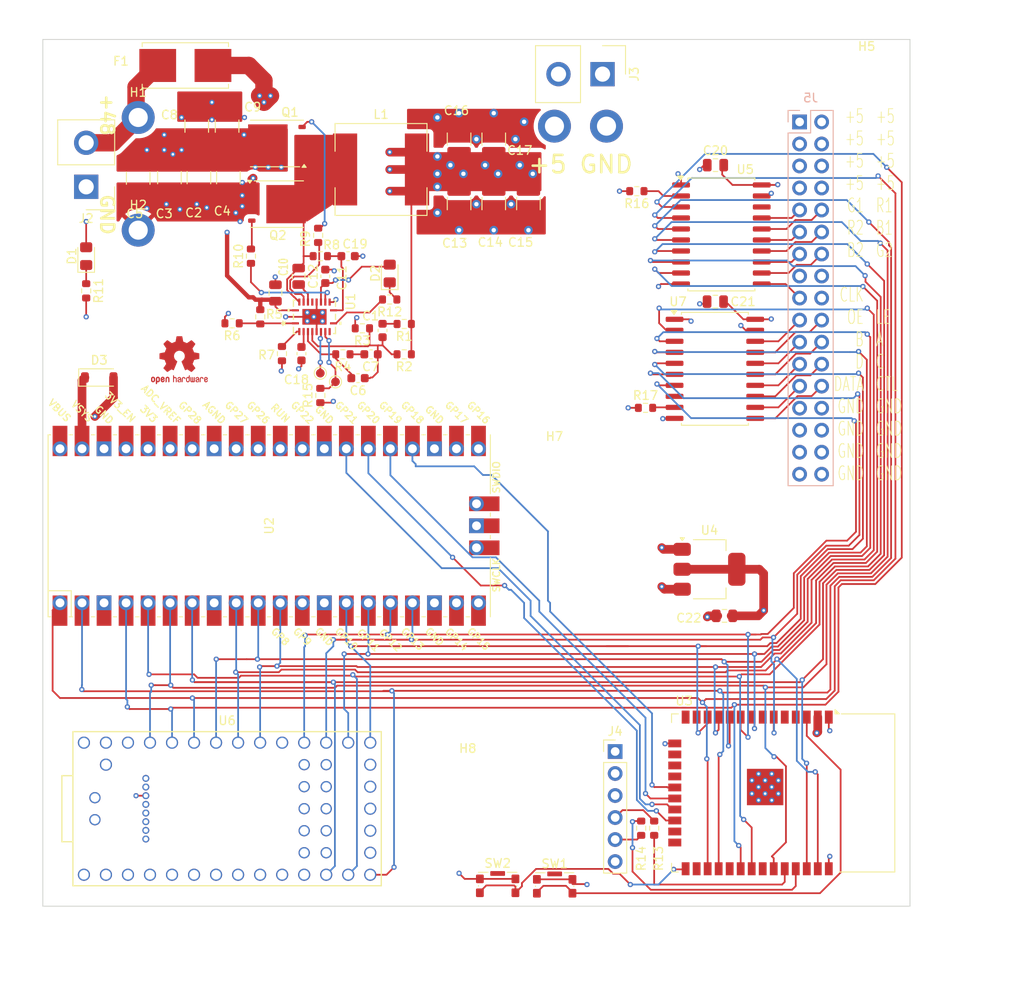
<source format=kicad_pcb>
(kicad_pcb (version 20240108) (generator "pcbnew") (generator_version "8.0")
  (layers (0 "F.Cu" signal) (1 "In1.Cu" signal "GND.Cu") (2 "In2.Cu" signal "PWR.Cu") (31 "B.Cu" signal) (34 "B.Paste" user) (35 "F.Paste" user) (36 "B.SilkS" user "B.Silkscreen") (37 "F.SilkS" user "F.Silkscreen") (38 "B.Mask" user) (39 "F.Mask" user) (44 "Edge.Cuts" user))
  (net 0 "")
  (net 3 "/48 V to 5 V power supply/48V_in")
  (net 4 "GND")
  (net 5 "Net-(U1-BST)")
  (net 6 "Net-(U1-COMP)")
  (net 7 "Net-(U1-EN{slash}UVLO)")
  (net 8 "/48 V to 5 V power supply/POWER_GOOD")
  (net 9 "Net-(C1-Pad1)")
  (net 10 "Net-(C7-Pad2)")
  (net 11 "/48 V to 5 V power supply/VCC")
  (net 12 "/48 V to 5 V power supply/SW")
  (net 13 "/48 V to 5 V power supply/HO")
  (net 14 "/48 V to 5 V power supply/LO")
  (net 15 "Net-(D1-K)")
  (net 16 "Net-(U1-SS{slash}TRK)")
  (net 17 "Net-(U1-ILIM)")
  (net 18 "Net-(U1-RT)")
  (net 19 "Net-(U1-SYNCIN)")
  (net 20 "Net-(U1-SYNCOUT)")
  (net 21 "Net-(U2-GPIO19)")
  (net 23 "Net-(U2-GPIO21)")
  (net 26 "Net-(U2-GPIO20)")
  (net 27 "Net-(U2-GPIO18)")
  (net 39 "Net-(J4-Pin_4)")
  (net 40 "Net-(J4-Pin_5)")
  (net 50 "Net-(U3-RXD0{slash}IO3)")
  (net 53 "Net-(U3-TXD0{slash}IO1)")
  (net 56 "Net-(D2-K)")
  (net 57 "+5V")
  (net 58 "/LED_DG1")
  (net 59 "/LED_DG2")
  (net 60 "/LED_DB1")
  (net 61 "/LED_DB2")
  (net 62 "/LED_DR1")
  (net 63 "/LED_DR2")
  (net 64 "Net-(U3-EN)")
  (net 67 "/LED_OE")
  (net 68 "/LED_CTL")
  (net 69 "/LED_D")
  (net 70 "Net-(U1-HO)")
  (net 71 "Net-(U1-LO)")
  (net 72 "/LED_B")
  (net 73 "/LED_C")
  (net 74 "/LED_CLK")
  (net 75 "/LED_DATA")
  (net 76 "/LED_A")
  (net 77 "/LED_LE")
  (net 78 "/48 V to 5 V power supply/FB")
  (net 82 "Net-(J2-Pin_2)")
  (net 84 "/R1")
  (net 85 "/B1")
  (net 86 "/R2")
  (net 87 "/CLK")
  (net 88 "/G1")
  (net 89 "/G2")
  (net 90 "/B2")
  (net 91 "/A")
  (net 92 "/B")
  (net 93 "/LE")
  (net 94 "/C")
  (net 96 "/D")
  (net 98 "/OE")
  (net 99 "+3V3")
  (net 101 "Net-(U3-IO0)")
  (net 147 "Net-(U5-A0)")
  (net 161 "Net-(D3-K)")
  (net 162 "Net-(U7-A6)")
  (footprint "Resistor_SMD:R_0603_1608Metric" (layer "F.Cu") (at 71.825 82.75 180)
    (property "Reference" "R6")
    (property "Value" "17k8")
  )
  (footprint "MountingHole:MountingHole_2.2mm_M2_DIN965_Pad" (layer "F.Cu") (at 61 72)
    (property "Reference" "H2")
    (property "Value" "IN-")
  )
  (footprint "LED_SMD:LED_0805_2012Metric_Pad1.15x1.40mm_HandSolder" (layer "F.Cu") (at 90 77 90)
    (property "Reference" "D2")
    (property "Value" "LED red")
  )
  (footprint "Package_SO:SOIC-20W_7.5x12.8mm_P1.27mm" (layer "F.Cu") (at 127.5 88)
    (property "Reference" "U7")
    (property "Value" "74HCT245")
  )
  (footprint "MountingHole:MountingHole_3.2mm_M3" (layer "F.Cu") (at 145 55)
    (property "Reference" "H5")
    (property "Value" "MountingHole")
  )
  (footprint "TestPoint:TestPoint_Pad_D1.0mm" (layer "F.Cu") (at 83.75 89.5)
    (property "Reference" "TP1" (hide yes))
    (property "Value" "SYNC_IN")
  )
  (footprint "Connector_PinHeader_2.54mm:PinHeader_1x06_P2.54mm_Vertical" (layer "F.Cu") (at 116 132.15)
    (property "Reference" "J4")
    (property "Value" "Conn_01x06_Pin")
  )
  (footprint "MountingHole:MountingHole_3.2mm_M3" (layer "F.Cu") (at 54 54)
    (property "Reference" "H6" (hide yes))
    (property "Value" "MountingHole")
  )
  (footprint "Package_TO_SOT_SMD:SOT-223-3_TabPin2" (layer "F.Cu") (at 126.875 111.125)
    (property "Reference" "U4")
    (property "Value" "AP1117-33")
  )
  (footprint "MountingHole:MountingHole_2.2mm_M2_DIN965_Pad" (layer "F.Cu") (at 109 60)
    (property "Reference" "H3" (hide yes))
    (property "Value" "+5V")
  )
  (footprint "Capacitor_SMD:C_0805_2012Metric" (layer "F.Cu") (at 127.55 80.25)
    (property "Reference" "C21")
    (property "Value" "100n 25V")
  )
  (footprint "MountingHole:MountingHole_3.2mm_M3" (layer "F.Cu") (at 109 100)
    (property "Reference" "H7")
    (property "Value" "MountingHole")
  )
  (footprint "Resistor_SMD:R_0603_1608Metric" (layer "F.Cu") (at 118.5 67.5 180)
    (property "Reference" "R16")
    (property "Value" "4k42")
  )
  (footprint "Diode_SMD:D_SOD-123" (layer "F.Cu") (at 56.5 89)
    (property "Reference" "D3")
    (property "Value" "MBR0520")
  )
  (footprint "Capacitor_SMD:C_1210_3225Metric_Pad1.33x2.70mm_HandSolder" (layer "F.Cu") (at 67.75 60 90)
    (property "Reference" "C8")
    (property "Value" "4u7")
  )
  (footprint "Resistor_SMD:R_0603_1608Metric" (layer "F.Cu") (at 81.75 72.6 90)
    (property "Reference" "R9")
    (property "Value" "0R")
  )
  (footprint "Capacitor_SMD:C_0805_2012Metric" (layer "F.Cu") (at 128.605 116.5)
    (property "Reference" "C22")
    (property "Value" "100n 25V")
  )
  (footprint "Resistor_SMD:R_0603_1608Metric" (layer "F.Cu") (at 82 91.075 90)
    (property "Reference" "R15")
    (property "Value" "0R")
  )
  (footprint "Capacitor_SMD:C_0603_1608Metric" (layer "F.Cu") (at 86.35 89.075 180)
    (property "Reference" "C6")
    (property "Value" "150p")
  )
  (footprint "Resistor_SMD:R_0603_1608Metric" (layer "F.Cu") (at 120.5 141 90)
    (property "Reference" "R13")
    (property "Value" "0R")
  )
  (footprint "Package_TO_SOT_SMD:TDSON-8-1" (layer "F.Cu") (at 77 69)
    (property "Reference" "Q2")
    (property "Value" "SIR826BDP-T1-RE3")
  )
  (footprint "Resistor_SMD:R_0603_1608Metric" (layer "F.Cu") (at 90 80 180)
    (property "Reference" "R12")
    (property "Value" "17k8")
  )
  (footprint "Capacitor_SMD:C_1210_3225Metric_Pad1.33x2.70mm_HandSolder" (layer "F.Cu") (at 102 68.9375 -90)
    (property "Reference" "C14")
    (property "Value" "47u")
  )
  (footprint "Resistor_SMD:R_0603_1608Metric" (layer "F.Cu") (at 55 79 -90)
    (property "Reference" "R11")
    (property "Value" "17k8")
  )
  (footprint "Capacitor_SMD:C_1210_3225Metric_Pad1.33x2.70mm_HandSolder" (layer "F.Cu") (at 71.4 65.9375 -90)
    (property "Reference" "C4")
    (property "Value" "4u7")
  )
  (footprint "led_matrix_footprints:L_Panasonic_PCC-M1060ML" (layer "F.Cu") (at 89 65)
    (property "Reference" "L1")
    (property "Value" "3.3UH 17A 6.6 MOHM ")
  )
  (footprint "LED_SMD:LED_0805_2012Metric_Pad1.15x1.40mm_HandSolder" (layer "F.Cu") (at 55 75 90)
    (property "Reference" "D1")
    (property "Value" "LED green")
  )
  (footprint "MCU_RaspberryPi_and_Boards:RPi_Pico_SMD_TH" (layer "F.Cu") (at 76.11 106.11 90)
    (property "Reference" "U2")
    (property "Value" "Pico")
  )
  (footprint "Resistor_SMD:R_0603_1608Metric" (layer "F.Cu") (at 91.675 82.825 180)
    (property "Reference" "R1")
    (property "Value" "150R")
  )
  (footprint "Resistor_SMD:R_0603_1608Metric" (layer "F.Cu") (at 91.675 86.325 180)
    (property "Reference" "R2")
    (property "Value" "23k2")
  )
  (footprint "Package_SO:SOIC-20W_7.5x12.8mm_P1.27mm" (layer "F.Cu") (at 128.25 72.5)
    (property "Reference" "U5")
    (property "Value" "74HCT245")
  )
  (footprint "Capacitor_SMD:C_1210_3225Metric_Pad1.33x2.70mm_HandSolder" (layer "F.Cu") (at 98 61.5 90)
    (property "Reference" "C16")
    (property "Value" "47u")
  )
  (footprint "Capacitor_SMD:C_1210_3225Metric_Pad1.33x2.70mm_HandSolder" (layer "F.Cu") (at 102 61.5 90)
    (property "Reference" "C17")
    (property "Value" "47u")
  )
  (footprint "Capacitor_SMD:C_1210_3225Metric_Pad1.33x2.70mm_HandSolder" (layer "F.Cu") (at 68 65.9375 -90)
    (property "Reference" "C3")
    (property "Value" "4u7")
  )
  (footprint "Button_Switch_SMD:SW_SPST_CK_KMS2xxGP" (layer "F.Cu") (at 109.025 147.7)
    (property "Reference" "SW1")
    (property "Value" "CK KMS221GPLFS")
  )
  (footprint "Connector_Samtec_HPM_THT:Samtec_HPM-02-01-x-S_Straight_1x02_Pitch5.08mm" (layer "F.Cu") (at 55 67 180)
    (property "Reference" "J2")
    (property "Value" "Screw_Terminal_01x02")
  )
  (footprint "Package_TO_SOT_SMD:TDSON-8-1" (layer "F.Cu") (at 77 62 180)
    (property "Reference" "Q1")
    (property "Value" "BSC070N10NS5")
  )
  (footprint "Resistor_SMD:R_0603_1608Metric" (layer "F.Cu") (at 75.075 82 -90)
    (property "Reference" "R5")
    (property "Value" "100k")
  )
  (footprint "Capacitor_SMD:C_0603_1608Metric" (layer "F.Cu") (at 85.2 75 180)
    (property "Reference" "C19")
    (property "Value" "10p")
  )
  (footprint "RF_Module:ESP32-WROOM-32" (layer "F.Cu") (at 132.385 136.93 -90)
    (property "Reference" "U3")
    (property "Value" "ESP32-WROOM-32")
  )
  (footprint "Capacitor_SMD:C_0603_1608Metric" (layer "F.Cu") (at 87.85 86.325 180)
    (property "Reference" "C7")
    (property "Value" "6n8")
  )
  (footprint "Capacitor_SMD:C_1210_3225Metric_Pad1.33x2.70mm_HandSolder" (layer "F.Cu") (at 98 68.9375 -90)
    (property "Reference" "C13")
    (property "Value" "47u")
  )
  (footprint "TestPoint:TestPoint_Pad_D1.0mm" (layer "F.Cu") (at 82 88.5)
    (property "Reference" "TP2" (hide yes))
    (property "Value" "SYNC_OUT")
  )
  (footprint "Symbol:OSHW-Logo2_7.3x6mm_Copper" (layer "F.Cu") (at 65.75 87)
    (property "Reference" "REF**" (hide yes))
    (property "Value" "OSHW-Logo2_7.3x6mm_Copper" (hide yes))
  )
  (footprint "Capacitor_SMD:C_0603_1608Metric" (layer "F.Cu") (at 82.575 77.325 -90)
    (property "Reference" "C11")
    (property "Value" "2u2 10V")
  )
  (footprint "Capacitor_SMD:C_1210_3225Metric_Pad1.33x2.70mm_HandSolder" (layer "F.Cu") (at 61 66 -90)
    (property "Reference" "C5")
    (property "Value" "4u7")
  )
  (footprint "Capacitor_SMD:C_1210_3225Metric_Pad1.33x2.70mm_HandSolder" (layer "F.Cu") (at 64.6 65.9375 -90)
    (property "Reference" "C2")
    (property "Value" "4u7")
  )
  (footprint "MountingHole:MountingHole_2.2mm_M2_DIN965_Pad" (layer "F.Cu") (at 61 59)
    (property "Reference" "H1")
    (property "Value" "IN+")
  )
  (footprint "Resistor_SMD:R_0603_1608Metric" (layer "F.Cu") (at 119 141 -90)
    (property "Reference" "R14")
    (property "Value" "0R")
  )
  (footprint "Capacitor_SMD:C_1210_3225Metric_Pad1.33x2.70mm_HandSolder" (layer "F.Cu") (at 106 68.9375 -90)
    (property "Reference" "C15")
    (property "Value" "47u")
  )
  (footprint "Resistor_SMD:R_0603_1608Metric" (layer "F.Cu") (at 82 75 180)
    (property "Reference" "R8")
    (property "Value" "499R")
  )
  (footprint "teensy:Teensy40_SMT" (layer "F.Cu") (at 71.25 138.75)
    (property "Reference" "U6")
    (property "Value" "Teensy4.0")
  )
  (footprint "Capacitor_SMD:C_0603_1608Metric" (layer "F.Cu") (at 79.825 86.25 90)
    (property "Reference" "C18")
    (property "Value" "47n")
  )
  (footprint "Capacitor_SMD:C_0805_2012Metric" (layer "F.Cu") (at 76.825 79.25 -90)
    (property "Reference" "C10")
    (property "Value" "100n 100V")
  )
  (footprint "Resistor_SMD:R_0603_1608Metric" (layer "F.Cu") (at 86.85 83.325 180)
    (property "Reference" "R3")
    (property "Value" "4k42")
  )
  (footprint "Capacitor_SMD:C_0805_2012Metric" (layer "F.Cu") (at 79.5 77.325 -90)
    (property "Reference" "C12")
    (property "Value" "100n 25V")
  )
  (footprint "Resistor_SMD:R_0603_1608Metric" (layer "F.Cu") (at 84.6 86.325 180)
    (property "Reference" "R4")
    (property "Value" "7k5")
  )
  (footprint "MountingHole:MountingHole_2.2mm_M2_DIN965_Pad" (layer "F.Cu") (at 115 60)
    (property "Reference" "H4" (hide yes))
    (property "Value" "GND")
  )
  (footprint "Button_Switch_SMD:SW_SPST_CK_KMS2xxGP" (layer "F.Cu") (at 102.45 147.65)
    (property "Reference" "SW2")
    (property "Value" "CK KMS221GPLFS")
  )
  (footprint "Fuse:Fuseholder_Littelfuse_Nano2_154x" (layer "F.Cu") (at 66.435 53)
    (property "Reference" "F1")
    (property "Value" "Fuse 3A")
  )
  (footprint "Resistor_SMD:R_0603_1608Metric" (layer "F.Cu") (at 77.575 86.25 90)
    (property "Reference" "R7")
    (property "Value" "40k2")
  )
  (footprint "Resistor_SMD:R_0603_1608Metric" (layer "F.Cu") (at 119.5 92.5)
    (property "Reference" "R17")
    (property "Value" "4k42")
  )
  (footprint "Connector_Samtec_HPM_THT:Samtec_HPM-02-01-x-S_Straight_1x02_Pitch5.08mm" (layer "F.Cu") (at 114.545 54 -90)
    (property "Reference" "J3")
    (property "Value" "Screw_Terminal_01x02")
  )
  (footprint "Resistor_SMD:R_0603_1608Metric" (layer "F.Cu") (at 74 75 90)
    (property "Reference" "R10")
    (property "Value" "0R")
  )
  (footprint "MountingHole:MountingHole_3.2mm_M3" (layer "F.Cu") (at 99 136)
    (property "Reference" "H8")
    (property "Value" "MountingHole")
  )
  (footprint "LV5144:VQFN20_RGY_TEX" (layer "F.Cu") (at 81.325 82 90)
    (property "Reference" "U1")
    (property "Value" "LV5144RGYR")
  )
  (footprint "Capacitor_SMD:C_1210_3225Metric_Pad1.33x2.70mm_HandSolder" (layer "F.Cu") (at 71.25 60 90)
    (property "Reference" "C9")
    (property "Value" "4u7")
  )
  (footprint "Capacitor_SMD:C_0603_1608Metric" (layer "F.Cu") (at 89.175 83.575 -90)
    (property "Reference" "C1")
    (property "Value" "820p")
  )
  (footprint "Capacitor_SMD:C_0805_2012Metric" (layer "F.Cu") (at 127.57 64.5)
    (property "Reference" "C20")
    (property "Value" "100n 25V")
  )
  (footprint "Connector_PinSocket_2.54mm:PinSocket_2x17_P2.54mm_Vertical" (layer "B.Cu") (at 137.272 59.516 180)
    (property "Reference" "J5")
    (property "Value" "Conn_02x17_Odd_Even" (hide yes))
  )
  (gr_line (start 150 150) (end 50 150) (stroke (width 0.1)) (layer "Edge.Cuts"))
  (gr_line (start 150 50) (end 150 150) (stroke (width 0.1)) (layer "Edge.Cuts"))
  (gr_line (start 50 50) (end 150 50) (stroke (width 0.1)) (layer "Edge.Cuts"))
  (gr_line (start 50 150) (end 50 50) (stroke (width 0.1)) (layer "Edge.Cuts"))
  (gr_text "+5\n+5\n+5\n+5\nG1\nR2\nB2\n\nCLK\nOE\nB\nD\nDATA\nGND\nGND\nGND\nGND" (at 144.75 101 0) (layer "F.SilkS") (effects (font (size 1.6 1) (thickness 0.1)) (justify right bottom)))
  (gr_text "+5\n+5\n+5\n+5\nR1\nB1\nG2\n\n\nLE\nA\nC\nCTL\nGND\nGND\nGND\nGND" (at 146 101 0) (layer "F.SilkS") (effects (font (size 1.6 1) (thickness 0.1)) (justify left bottom)))
  (gr_text "+5 GND" (at 105.82 65.58 0) (layer "F.SilkS") (effects (font (size 2 2) (thickness 0.3) (bold yes)) (justify left bottom)))
  (gr_text "+48      GND\n" (at 56.54 56.15 270) (layer "F.SilkS") (effects (font (size 1.5 1.5) (thickness 0.3) (bold yes)) (justify left bottom)))
  (segment (start 71.25 72.25) (end 71.25 77.25) (width 0.5) (layer "F.Cu") (net 3))
  (segment (start 79.1279 81.249999) (end 77.249999 81.249999) (width 0.2) (layer "F.Cu") (net 3))
  (segment (start 71.4 62.8) (end 71.4 64.375) (width 0.2) (layer "F.Cu") (net 3))
  (segment (start 75.075 81.175) (end 75.075 80.2) (width 0.5) (layer "F.Cu") (net 3))
  (segment (start 74.525 80.025) (end 75.25 80.025) (width 0.5) (layer "F.Cu") (net 3))
  (segment (start 73.75 53) (end 75.5 54.75) (width 2) (layer "F.Cu") (net 3))
  (segment (start 75.25 80.025) (end 76.825 80.025) (width 0.5) (layer "F.Cu") (net 3))
  (segment (start 74.25 79.75) (end 74.525 80.025) (width 0.5) (layer "F.Cu") (net 3))
  (segment (start 75 56.5) (end 75.5 57) (width 2) (layer "F.Cu") (net 3))
  (segment (start 76.25 56.5) (end 75.5 57.25) (width 2) (layer "F.Cu") (net 3))
  (segment (start 73.75 79.75) (end 74.25 79.75) (width 0.5) (layer "F.Cu") (net 3))
  (segment (start 76.825 80.025) (end 76.825 80.825) (width 0.2) (layer "F.Cu") (net 3))
  (segment (start 75.5 56) (end 75 56.5) (width 2) (layer "F.Cu") (net 3))
  (segment (start 75.075 80.2) (end 75.25 80.025) (width 0.5) (layer "F.Cu") (net 3))
  (segment (start 75.5 57) (end 76.25 56.5) (width 2) (layer "F.Cu") (net 3))
  (segment (start 75.5 54.75) (end 75.5 56) (width 2) (layer "F.Cu") (net 3))
  (segment (start 76.825 80.825) (end 77.249999 81.249999) (width 0.2) (layer "F.Cu") (net 3))
  (segment (start 69.62 53) (end 73.75 53) (width 2) (layer "F.Cu") (net 3))
  (segment (start 55 74.2125) (end 55 71) (width 0.2) (layer "F.Cu") (net 3))
  (segment (start 71.25 77.25) (end 73.75 79.75) (width 0.5) (layer "F.Cu") (net 3))
  (via (at 66 62.75) (size 0.6) (drill 0.3) (layers "F.Cu" "B.Cu") (net 3))
  (via (at 73.2 61) (size 0.6) (drill 0.3) (layers "F.Cu" "B.Cu") (net 3))
  (via (at 55 71) (size 0.6) (drill 0.3) (layers "F.Cu" "B.Cu") (net 3))
  (via (at 62 62.75) (size 0.6) (drill 0.3) (layers "F.Cu" "B.Cu") (net 3))
  (via (at 75.5 57.25) (size 0.6) (drill 0.3) (layers "F.Cu" "B.Cu") (net 3))
  (via (at 75 56.5) (size 0.6) (drill 0.3) (layers "F.Cu" "B.Cu") (net 3))
  (via (at 65 63.25) (size 0.6) (drill 0.3) (layers "F.Cu" "B.Cu") (net 3))
  (via (at 76.25 56.5) (size 0.6) (drill 0.3) (layers "F.Cu" "B.Cu") (net 3))
  (via (at 76 64.75) (size 0.6) (drill 0.3) (layers "F.Cu" "B.Cu") (net 3))
  (via (at 74.5 64.75) (size 0.6) (drill 0.3) (layers "F.Cu" "B.Cu") (net 3))
  (via (at 64 61) (size 0.6) (drill 0.3) (layers "F.Cu" "B.Cu") (net 3))
  (via (at 77.5 64.75) (size 0.6) (drill 0.3) (layers "F.Cu" "B.Cu") (net 3))
  (via (at 71.25 72.25) (size 0.6) (drill 0.3) (layers "F.Cu" "B.Cu") (net 3))
  (via (at 64 62.75) (size 0.6) (drill 0.3) (layers "F.Cu" "B.Cu") (net 3))
  (segment (start 83.5018 80.2982) (end 83.8 80) (width 0.2) (layer "F.Cu") (net 4))
  (segment (start 81.325 82) (end 81.25 82) (width 0.2) (layer "F.Cu") (net 4))
  (segment (start 81.25 82) (end 78 82) (width 0.2) (layer "F.Cu") (net 4))
  (segment (start 77.575 88.175) (end 77.5 88.25) (width 0.2) (layer "F.Cu") (net 4))
  (segment (start 83.35 91.9) (end 83.5 91.75) (width 0.2) (layer "F.Cu") (net 4))
  (segment (start 79.825 87.025) (end 79.825 87.675) (width 0.2) (layer "F.Cu") (net 4))
  (segment (start 132.22 83.555) (end 131.055 83.555) (width 0.2) (layer "F.Cu") (net 4))
  (segment (start 81.575 82.25) (end 81.325 82) (width 0.2) (layer "F.Cu") (net 4))
  (segment (start 71 82.75) (end 71 82) (width 0.2) (layer "F.Cu") (net 4))
  (segment (start 127.83 116.5) (end 126.75 116.5) (width 1) (layer "F.Cu") (net 4))
  (segment (start 83.45 76.55) (end 83.6 76.7) (width 0.2) (layer "F.Cu") (net 4))
  (segment (start 133.695 68.055) (end 134 67.75) (width 0.2) (layer "F.Cu") (net 4))
  (segment (start 71 82) (end 71.4 81.6) (width 0.2) (layer "F.Cu") (net 4))
  (segment (start 111.075 147.45) (end 112.7 147.45) (width 0.2) (layer "F.Cu") (net 4))
  (segment (start 126.25 64.5) (end 125.75 65) (width 0.2) (layer "F.Cu") (net 4))
  (segment (start 81.575 83.7018) (end 81.575 82.25) (width 0.2) (layer "F.Cu") (net 4))
  (segment (start 121.78 131.22) (end 121.75 131.25) (width 0.2) (layer "F.Cu") (net 4))
  (segment (start 131.055 83.555) (end 130.5 83) (width 0.2) (layer "F.Cu") (net 4))
  (segment (start 121.535 93.715) (end 121.5 93.75) (width 0.2) (layer "F.Cu") (net 4))
  (segment (start 74.1 67.095) (end 74.1 66.15) (width 1) (layer "F.Cu") (net 4))
  (segment (start 122.875 131.22) (end 121.78 131.22) (width 0.2) (layer "F.Cu") (net 4))
  (segment (start 55 79.825) (end 55 82) (width 0.2) (layer "F.Cu") (net 4))
  (segment (start 121.575 108.825) (end 121.375 108.625) (width 1) (layer "F.Cu") (net 4))
  (segment (start 76.825 78.475) (end 76.825 77.425) (width 0.2) (layer "F.Cu") (net 4))
  (segment (start 81.575 81.75) (end 81.325 82) (width 0.2) (layer "F.Cu") (net 4))
  (segment (start 61.8784 137.25) (end 60.75 137.25) (width 0.2) (layer "F.Cu") (net 4))
  (segment (start 86.025 83.325) (end 86.025 82.275) (width 0.2) (layer "F.Cu") (net 4))
  (segment (start 122.92 93.715) (end 121.535 93.715) (width 0.2) (layer "F.Cu") (net 4))
  (segment (start 121.285 78.215) (end 121 78.5) (width 0.2) (layer "F.Cu") (net 4))
  (segment (start 81.575 80.2982) (end 81.575 81.75) (width 0.2) (layer "F.Cu") (net 4))
  (segment (start 106.975 146.9) (end 111.075 146.9) (width 0.2) (layer "F.Cu") (net 4))
  (segment (start 126.795 64.5) (end 126.25 64.5) (width 0.2) (layer "F.Cu") (net 4))
  (segment (start 79.825 87.675) (end 79.5 88) (width 0.2) (layer "F.Cu") (net 4))
  (segment (start 126.75 116.5) (end 126.625 116.625) (width 1) (layer "F.Cu") (net 4))
  (segment (start 82 91.9) (end 83.35 91.9) (width 0.2) (layer "F.Cu") (net 4))
  (segment (start 104.5 146.85) (end 100.4 146.85) (width 0.2) (layer "F.Cu") (net 4))
  (segment (start 140.635 129.635) (end 140.75 129.75) (width 0.2) (layer "F.Cu") (net 4))
  (segment (start 98.65 146.85) (end 98 146.2) (width 0.2) (layer "F.Cu") (net 4))
  (segment (start 126.795 80.5) (end 126 80.5) (width 0.2) (layer "F.Cu") (net 4))
  (segment (start 132.22 68.055) (end 133.695 68.055) (width 0.2) (layer "F.Cu") (net 4))
  (segment (start 122.92 78.215) (end 121.285 78.215) (width 0.2) (layer "F.Cu") (net 4))
  (segment (start 86.025 82.275) (end 86.2 82.1) (width 0.2) (layer "F.Cu") (net 4))
  (segment (start 123.725 108.825) (end 121.575 108.825) (width 1) (layer "F.Cu") (net 4))
  (segment (start 140.635 128.18) (end 140.635 129.635) (width 0.2) (layer "F.Cu") (net 4))
  (segment (start 117.675 67.5) (end 116.5 67.5) (width 0.2) (layer "F.Cu") (net 4))
  (segment (start 76.825 77.425) (end 76.8 77.4) (width 0.2) (layer "F.Cu") (net 4))
  (segment (start 140.635 145.68) (end 140.635 144.365) (width 0.2) (layer "F.Cu") (net 4))
  (segment (start 112.7 147.45) (end 112.75 147.5) (width 0.2) (layer "F.Cu") (net 4))
  (segment (start 74.1 66.15) (end 74.25 66) (width 1) (layer "F.Cu") (net 4))
  (segment (start 83.074999 80.2982) (end 83.5018 80.2982) (width 0.2) (layer "F.Cu") (net 4))
  (segment (start 126 80.5) (end 125.75 80.5) (width 0.2) (layer "F.Cu") (net 4))
  (segment (start 85.975 75) (end 86.9 75) (width 0.2) (layer "F.Cu") (net 4))
  (segment (start 100.4 146.85) (end 98.65 146.85) (width 0.2) (layer "F.Cu") (net 4))
  (segment (start 77.575 87.075) (end 77.575 88.175) (width 0.2) (layer "F.Cu") (net 4))
  (segment (start 82.575 76.55) (end 83.45 76.55) (width 0.2) (layer "F.Cu") (net 4))
  (segment (start 140.635 144.365) (end 140.75 144.25) (width 0.2) (layer "F.Cu") (net 4))
  (via (at 72.25 70) (size 0.6) (drill 0.3) (layers "F.Cu" "B.Cu") (net 4))
  (via (at 69.5 57.25) (size 0.6) (drill 0.3) (layers "F.Cu" "B.Cu") (net 4))
  (via (at 76.8 77.4) (size 0.6) (drill 0.3) (layers "F.Cu" "B.Cu") (net 4))
  (via (at 86.9 75) (size 0.6) (drill 0.3) (layers "F.Cu" "B.Cu") (net 4))
  (via (at 86.2 82.1) (size 0.6) (drill 0.3) (layers "F.Cu" "B.Cu") (net 4))
  (via (at 98 58.5) (size 1) (drill 0.5) (layers "F.Cu" "B.Cu") (net 4))
  (via (at 121 78.5) (size 0.6) (drill 0.3) (layers "F.Cu" "B.Cu") (net 4))
  (via (at 81.25 82) (size 0.6) (drill 0.3) (layers "F.Cu" "B.Cu") (net 4))
  (via (at 65.8 69.6) (size 0.6) (drill 0.3) (layers "F.Cu" "B.Cu") (net 4))
  (via (at 80.5 81.5) (size 0.6) (drill 0.3) (layers "F.Cu" "B.Cu") (net 4))
  (via (at 112.75 147.5) (size 0.6) (drill 0.3) (layers "F.Cu" "B.Cu") (net 4))
  (via (at 78 82) (size 0.6) (drill 0.3) (layers "F.Cu" "B.Cu") (net 4))
  (via (at 130.5 83) (size 0.6) (drill 0.3) (layers "F.Cu" "B.Cu") (net 4))
  (via (at 71.4 81.6) (size 0.6) (drill 0.3) (layers "F.Cu" "B.Cu") (net 4))
  (via (at 95.5 70) (size 1) (drill 0.5) (layers "F.Cu" "B.Cu") (net 4))
  (via (at 83.8 80) (size 0.6) (drill 0.3) (layers "F.Cu" "B.Cu") (net 4))
  (via (at 69.5 59.25) (size 0.6) (drill 0.3) (layers "F.Cu" "B.Cu") (net 4))
  (via (at 68.9 69.4) (size 0.6) (drill 0.3) (layers "F.Cu" "B.Cu") (net 4))
  (via (at 98 72) (size 1) (drill 0.5) (layers "F.Cu" "B.Cu") (net 4))
  (via (at 83.5 91.75) (size 0.6) (drill 0.3) (layers "F.Cu" "B.Cu") (net 4))
  (via (at 134 67.75) (size 0.6) (drill 0.3) (layers "F.Cu" "B.Cu") (net 4))
  (via (at 121.5 93.75) (size 0.6) (drill 0.3) (layers "F.Cu" "B.Cu") (net 4))
  (via (at 106 72) (size 1) (drill 0.5) (layers "F.Cu" "B.Cu") (net 4))
  (via (at 67.75 69) (size 0.6) (drill 0.3) (layers "F.Cu" "B.Cu") (net 4))
  (via (at 125.75 65) (size 0.6) (drill 0.3) (layers "F.Cu" "B.Cu") (net 4))
  (via (at 80.5 82.5) (size 0.6) (drill 0.3) (layers "F.Cu" "B.Cu") (net 4))
  (via (at 116.5 67.5) (size 0.6) (drill 0.3) (layers "F.Cu" "B.Cu") (net 4))
  (via (at 83.6 76.7) (size 0.6) (drill 0.3) (layers "F.Cu" "B.Cu") (net 4))
  (via (at 125.75 80.5) (size 0.6) (drill 0.3) (layers "F.Cu" "B.Cu") (net 4))
  (via (at 60.75 137.25) (size 0.6) (drill 0.3) (layers "F.Cu" "B.Cu") (net 4))
  (via (at 64.25 69) (size 0.6) (drill 0.3) (layers "F.Cu" "B.Cu") (net 4))
  (via (at 140.75 129.75) (size 0.6) (drill 0.3) (layers "F.Cu" "B.Cu") (net 4))
  (via (at 100 61.5) (size 1) (drill 0.5) (layers "F.Cu" "B.Cu") (net 4))
  (via (at 55 82) (size 0.6) (drill 0.3) (layers "F.Cu" "B.Cu") (net 4))
  (via (at 104.5 61.5) (size 1) (drill 0.5) (layers "F.Cu" "B.Cu") (net 4))
  (via (at 79.5 88) (size 0.6) (drill 0.3) (layers "F.Cu" "B.Cu") (net 4))
  (via (at 140.75 144.25) (size 0.6) (drill 0.3) (layers "F.Cu" "B.Cu") (net 4))
  (via (at 73 69.25) (size 0.6) (drill 0.3) (layers "F.Cu" "B.Cu") (net 4))
  (via (at 95.5 59) (size 1) (drill 0.5) (layers "F.Cu" "B.Cu") (net 4))
  (via (at 102 58.5) (size 1) (drill 0.5) (layers "F.Cu" "B.Cu") (net 4))
  (via (at 74.25 66) (size 0.6) (drill 0.3) (layers "F.Cu" "B.Cu") (net 4))
  (via (at 126.625 116.625) (size 0.6) (drill 0.3) (layers "F.Cu" "B.Cu") (net 4))
  (via (at 66 59) (size 0.6) (drill 0.3) (layers "F.Cu" "B.Cu") (net 4))
  (via (at 121.375 108.625) (size 0.6) (drill 0.3) (layers "F.Cu" "B.Cu") (net 4))
  (via (at 73 66.5) (size 0.6) (drill 0.3) (layers "F.Cu" "B.Cu") (net 4))
  (via (at 82.25 81.5) (size 0.6) (drill 0.3) (layers "F.Cu" "B.Cu") (net 4))
  (via (at 98 146.2) (size 0.6) (drill 0.3) (layers "F.Cu" "B.Cu") (net 4))
  (via (at 77.5 88.25) (size 0.6) (drill 0.3) (layers "F.Cu" "B.Cu") (net 4))
  (via (at 105.5 59.5) (size 1) (drill 0.5) (layers "F.Cu" "B.Cu") (net 4))
  (via (at 62 69.5) (size 0.6) (drill 0.3) (layers "F.Cu" "B.Cu") (net 4))
  (via (at 102 72) (size 1) (drill 0.5) (layers "F.Cu" "B.Cu") (net 4))
  (via (at 100 69) (size 1) (drill 0.5) (layers "F.Cu" "B.Cu") (net 4))
  (via (at 82.25 82.5) (size 0.6) (drill 0.3) (layers "F.Cu" "B.Cu") (net 4))
  (via (at 73 68) (size 0.6) (drill 0.3) (layers "F.Cu" "B.Cu") (net 4))
  (via (at 72.75 71) (size 0.6) (drill 0.3) (layers "F.Cu" "B.Cu") (net 4))
  (via (at 121.75 131.25) (size 0.6) (drill 0.3) (layers "F.Cu" "B.Cu") (net 4))
  (via (at 73.25 59) (size 0.6) (drill 0.3) (layers "F.Cu" "B.Cu") (net 4))
  (via (at 104 69) (size 1) (drill 0.5) (layers "F.Cu" "B.Cu") (net 4))
  (segment (start 80.075 78.875) (end 80.075 78.1) (width 0.2) (layer "F.Cu") (net 5))
  (segment (start 80.574999 80.2982) (end 80.574999 79.374999) (width 0.2) (layer "F.Cu") (net 5))
  (segment (start 80.574999 79.374999) (end 80.075 78.875) (width 0.2) (layer "F.Cu") (net 5))
  (segment (start 80.574999 83.7018) (end 80.574999 84.809924) (width 0.2) (layer "F.Cu") (net 6))
  (segment (start 85.575 88.6) (end 85.575 89.075) (width 0.2) (layer "F.Cu") (net 6))
  (segment (start 83.775 86.8) (end 85.575 88.6) (width 0.2) (layer "F.Cu") (net 6))
  (segment (start 80.574999 84.809924) (end 82.090075 86.325) (width 0.2) (layer "F.Cu") (net 6))
  (segment (start 83.775 86.325) (end 83.775 86.8) (width 0.2) (layer "F.Cu") (net 6))
  (segment (start 82.090075 86.325) (end 83.775 86.325) (width 0.2) (layer "F.Cu") (net 6))
  (segment (start 72.65 82.75) (end 75 82.75) (width 0.2) (layer "F.Cu") (net 7))
  (segment (start 75 82.75) (end 75.075 82.825) (width 0.2) (layer "F.Cu") (net 7))
  (segment (start 75.149999 82.750001) (end 75.075 82.825) (width 0.2) (layer "F.Cu") (net 7))
  (segment (start 79.1279 82.750001) (end 75.149999 82.750001) (width 0.2) (layer "F.Cu") (net 7))
  (segment (start 83.5221 82.750001) (end 83.8015 82.750001) (width 0.2) (layer "F.Cu") (net 8))
  (segment (start 85.051501 81.5) (end 87.675 81.5) (width 0.2) (layer "F.Cu") (net 8))
  (segment (start 87.675 81.5) (end 89.175 80) (width 0.2) (layer "F.Cu") (net 8))
  (segment (start 83.8015 82.750001) (end 85.051501 81.5) (width 0.2) (layer "F.Cu") (net 8))
  (segment (start 89.175 82.8) (end 90.825 82.8) (width 0.2) (layer "F.Cu") (net 9))
  (segment (start 90.825 82.8) (end 90.85 82.825) (width 0.2) (layer "F.Cu") (net 9))
  (segment (start 85.425 86.325) (end 87.075 86.325) (width 0.2) (layer "F.Cu") (net 10))
  (segment (start 83.4 78.1) (end 83.75 77.75) (width 0.2) (layer "F.Cu") (net 11))
  (segment (start 82.075001 80.2982) (end 82.075001 78.599999) (width 0.2) (layer "F.Cu") (net 11))
  (segment (start 90 76.2125) (end 86.7875 76.2125) (width 0.2) (layer "F.Cu") (net 11))
  (segment (start 82.575 78.1) (end 83.4 78.1) (width 0.2) (layer "F.Cu") (net 11))
  (segment (start 86.7875 76.2125) (end 85.25 77.75) (width 0.2) (layer "F.Cu") (net 11))
  (segment (start 82.075001 78.599999) (end 82.575 78.1) (width 0.2) (layer "F.Cu") (net 11))
  (via (at 83.75 77.75) (size 0.6) (drill 0.3) (layers "F.Cu" "B.Cu") (net 11))
  (via (at 85.25 77.75) (size 0.6) (drill 0.3) (layers "F.Cu" "B.Cu") (net 11))
  (segment (start 83.75 77.75) (end 85.25 77.75) (width 0.2) (layer "B.Cu") (net 11))
  (segment (start 82 64) (end 82 65.25) (width 1) (layer "F.Cu") (net 12))
  (segment (start 79 79.723199) (end 78.978224 79.723199) (width 0.2) (layer "F.Cu") (net 12))
  (segment (start 79.575001 80.2982) (end 79 79.723199) (width 0.2) (layer "F.Cu") (net 12))
  (segment (start 80.075 71.025) (end 78.05 69) (width 0.2) (layer "F.Cu") (net 12))
  (segment (start 78.978224 79.723199) (end 78.175 78.919975) (width 0.2) (layer "F.Cu") (net 12))
  (segment (start 79.9 61.365) (end 81.365 61.365) (width 0.7) (layer "F.Cu") (net 12))
  (segment (start 80.075 75.8) (end 80.075 75) (width 0.2) (layer "F.Cu") (net 12))
  (segment (start 79.9 63.905) (end 81.905 63.905) (width 0.7) (layer "F.Cu") (net 12))
  (segment (start 78.175 78.919975) (end 78.175 77.665991) (width 0.2) (layer "F.Cu") (net 12))
  (segment (start 79.9 62.635) (end 81.885 62.635) (width 0.7) (layer "F.Cu") (net 12))
  (segment (start 82 68.25) (end 81.25 69) (width 1) (layer "F.Cu") (net 12))
  (segment (start 82 62) (end 82 62.75) (width 1) (layer "F.Cu") (net 12))
  (segment (start 79.465991 76.375) (end 79.5 76.375) (width 0.2) (layer "F.Cu") (net 12))
  (segment (start 81.885 62.635) (end 82 62.75) (width 1) (layer "F.Cu") (net 12))
  (segment (start 81.175 75) (end 80.075 75) (width 0.2) (layer "F.Cu") (net 12))
  (segment (start 81.905 63.905) (end 82 64) (width 1) (layer "F.Cu") (net 12))
  (segment (start 82 65.25) (end 82 68.25) (width 1) (layer "F.Cu") (net 12))
  (segment (start 82 62.75) (end 82 64) (width 1) (layer "F.Cu") (net 12))
  (segment (start 79.5 76.375) (end 80.075 75.8) (width 0.2) (layer "F.Cu") (net 12))
  (segment (start 80.075 75) (end 80.075 71.025) (width 0.2) (layer "F.Cu") (net 12))
  (segment (start 81.365 61.365) (end 82 62) (width 0.7) (layer "F.Cu") (net 12))
  (segment (start 81.25 69) (end 78.05 69) (width 1) (layer "F.Cu") (net 12))
  (segment (start 78.175 77.665991) (end 79.465991 76.375) (width 0.2) (layer "F.Cu") (net 12))
  (segment (start 81.75 71.775) (end 81.975 71.775) (width 0.2) (layer "F.Cu") (net 13))
  (segment (start 80.495 59.5) (end 79.9 60.095) (width 0.2) (layer "F.Cu") (net 13))
  (segment (start 81 59.5) (end 80.495 59.5) (width 0.2) (layer "F.Cu") (net 13))
  (segment (start 81.975 71.775) (end 82.5 71.25) (width 0.2) (layer "F.Cu") (net 13))
  (via (at 82.5 71.25) (size 0.6) (drill 0.3) (layers "F.Cu" "B.Cu") (net 13))
  (via (at 81 59.5) (size 0.6) (drill 0.3) (layers "F.Cu" "B.Cu") (net 13))
  (segment (start 82.5 61) (end 81 59.5) (width 0.2) (layer "B.Cu") (net 13))
  (segment (start 82.5 71.25) (end 82.5 61) (width 0.2) (layer "B.Cu") (net 13))
  (segment (start 74.1 74.075) (end 74 74.175) (width 0.2) (layer "F.Cu") (net 14))
  (segment (start 74.1 70.905) (end 74.1 74.075) (width 0.2) (layer "F.Cu") (net 14))
  (segment (start 55 75.7875) (end 55 78.175) (width 0.2) (layer "F.Cu") (net 15))
  (segment (start 80.075 83.7018) (end 80.075 85.225) (width 0.2) (layer "F.Cu") (net 16))
  (segment (start 80.075 85.225) (end 79.825 85.475) (width 0.2) (layer "F.Cu") (net 16))
  (segment (start 84.550001 81.249999) (end 84.6 81.2) (width 0.2) (layer "F.Cu") (net 17))
  (segment (start 84.425 76.225) (end 84.425 75) (width 0.2) (layer "F.Cu") (net 17))
  (segment (start 84.6 81.2) (end 84.6 76.4) (width 0.2) (layer "F.Cu") (net 17))
  (segment (start 83.5221 81.249999) (end 84.550001 81.249999) (width 0.2) (layer "F.Cu") (net 17))
  (segment (start 82.825 75) (end 84.425 75) (width 0.2) (layer "F.Cu") (net 17))
  (segment (start 84.6 76.4) (end 84.425 76.225) (width 0.2) (layer "F.Cu") (net 17))
  (segment (start 79.575001 83.7018) (end 79.2982 83.7018) (width 0.2) (layer "F.Cu") (net 18))
  (segment (start 79.2982 83.7018) (end 77.575 85.425) (width 0.2) (layer "F.Cu") (net 18))
  (segment (start 82 90.25) (end 83 90.25) (width 0.2) (layer "F.Cu") (net 19))
  (segment (start 82.575 84.3082) (end 83 84.7332) (width 0.2) (layer "F.Cu") (net 19))
  (segment (start 83.75 88) (end 83.75 89.5) (width 0.2) (layer "F.Cu") (net 19))
  (segment (start 83 87.25) (end 83.75 88) (width 0.2) (layer "F.Cu") (net 19))
  (segment (start 83 84.7332) (end 83 84.75) (width 0.2) (layer "F.Cu") (net 19))
  (segment (start 82.575 83.7018) (end 82.575 84.3082) (width 0.2) (layer "F.Cu") (net 19))
  (segment (start 83 90.25) (end 83.75 89.5) (width 0.2) (layer "F.Cu") (net 19))
  (via (at 83 84.75) (size 0.6) (drill 0.3) (layers "F.Cu" "B.Cu") (net 19))
  (via (at 83 87.25) (size 0.6) (drill 0.3) (layers "F.Cu" "B.Cu") (net 19))
  (segment (start 83 84.75) (end 83 87.25) (width 0.2) (layer "B.Cu") (net 19))
  (segment (start 82.004692 84.39531) (end 82.004692 84.506168) (width 0.2) (layer "F.Cu") (net 20))
  (segment (start 82 87.25) (end 82 88.5) (width 0.2) (layer "F.Cu") (net 20))
  (segment (start 82.075001 83.7018) (end 82.075001 84.325001) (width 0.2) (layer "F.Cu") (net 20))
  (segment (start 82.075001 84.325001) (end 82.004692 84.39531) (width 0.2) (layer "F.Cu") (net 20))
  (via (at 82.004692 84.506168) (size 0.6) (drill 0.3) (layers "F.Cu" "B.Cu") (net 20))
  (via (at 82 87.25) (size 0.6) (drill 0.3) (layers "F.Cu" "B.Cu") (net 20))
  (segment (start 82.004692 84.506168) (end 82.004692 87.245308) (width 0.2) (layer "B.Cu") (net 20))
  (segment (start 82.004692 87.245308) (end 82 87.25) (width 0.2) (layer "B.Cu") (net 20))
  (segment (start 120.07 137.57) (end 119.5 137) (width 0.2) (layer "F.Cu") (net 21))
  (segment (start 122.875 137.57) (end 120.07 137.57) (width 0.2) (layer "F.Cu") (net 21))
  (via (at 119.5 137) (size 0.6) (drill 0.3) (layers "F.Cu" "B.Cu") (net 21))
  (segment (start 99.554365 109.75) (end 90.08 100.275635) (width 0.2) (layer "B.Cu") (net 21))
  (segment (start 107.25 116) (end 107.25 114.75) (width 0.2) (layer "B.Cu") (net 21))
  (segment (start 102.25 109.75) (end 99.554365 109.75) (width 0.2) (layer "B.Cu") (net 21))
  (segment (start 107.25 114.75) (end 102.25 109.75) (width 0.2) (layer "B.Cu") (net 21))
  (segment (start 119.5 137) (end 119.5 128.25) (width 0.2) (layer "B.Cu") (net 21))
  (segment (start 119.5 128.25) (end 107.25 116) (width 0.2) (layer "B.Cu") (net 21))
  (segment (start 90.08 100.275635) (end 90.08 97.22) (width 0.2) (layer "B.Cu") (net 21))
  (segment (start 122.575 138.84) (end 121.985 138.25) (width 0.2) (layer "F.Cu") (net 23))
  (segment (start 121.985 138.25) (end 120.25 138.25) (width 0.2) (layer "F.Cu") (net 23))
  (segment (start 122.875 138.84) (end 122.575 138.84) (width 0.2) (layer "F.Cu") (net 23))
  (via (at 120.25 138.25) (size 0.6) (drill 0.3) (layers "F.Cu" "B.Cu") (net 23))
  (segment (start 118.85 137.600001) (end 118.85 129.1) (width 0.2) (layer "B.Cu") (net 23))
  (segment (start 119.499999 138.25) (end 118.85 137.600001) (width 0.2) (layer "B.Cu") (net 23))
  (segment (start 96 111) (end 85 100) (width 0.2) (layer "B.Cu") (net 23))
  (segment (start 118.85 129.1) (end 106.25 116.5) (width 0.2) (layer "B.Cu") (net 23))
  (segment (start 106.25 116.5) (end 106.25 114.75) (width 0.2) (layer "B.Cu") (net 23))
  (segment (start 85 100) (end 85 97.22) (width 0.2) (layer "B.Cu") (net 23))
  (segment (start 102.5 111) (end 96 111) (width 0.2) (layer "B.Cu") (net 23))
  (segment (start 106.25 114.75) (end 102.5 111) (width 0.2) (layer "B.Cu") (net 23))
  (segment (start 120.25 138.25) (end 119.499999 138.25) (width 0.2) (layer "B.Cu") (net 23))
  (segment (start 121.86 140.11) (end 120.75 139) (width 0.2) (layer "F.Cu") (net 26))
  (segment (start 97.25 109.75) (end 100.5 113) (width 0.2) (layer "F.Cu") (net 26))
  (segment (start 100.5 113) (end 103.25 113) (width 0.2) (layer "F.Cu") (net 26))
  (segment (start 122.875 140.11) (end 121.86 140.11) (width 0.2) (layer "F.Cu") (net 26))
  (via (at 120.75 139) (size 0.6) (drill 0.3) (layers "F.Cu" "B.Cu") (net 26))
  (via (at 97.25 109.75) (size 0.6) (drill 0.3) (layers "F.Cu" "B.Cu") (net 26))
  (via (at 103.25 113) (size 0.6) (drill 0.3) (layers "F.Cu" "B.Cu") (net 26))
  (segment (start 104 113.5) (end 105.5 115) (width 0.2) (layer "B.Cu") (net 26))
  (segment (start 120.75 139) (end 119.755025 139) (width 0.2) (layer "B.Cu") (net 26))
  (segment (start 105.5 116.75) (end 105.5 115) (width 0.2) (layer "B.Cu") (net 26))
  (segment (start 103.25 113) (end 103.75 113.5) (width 0.2) (layer "B.Cu") (net 26))
  (segment (start 119.755025 139) (end 118.5 137.744975) (width 0.2) (layer "B.Cu") (net 26))
  (segment (start 103.75 113.5) (end 104 113.5) (width 0.2) (layer "B.Cu") (net 26))
  (segment (start 118.5 137.744975) (end 118.5 129.75) (width 0.2) (layer "B.Cu") (net 26))
  (segment (start 87.54 97.22) (end 87.54 100.04) (width 0.2) (layer "B.Cu") (net 26))
  (segment (start 118.5 129.75) (end 105.5 116.75) (width 0.2) (layer "B.Cu") (net 26))
  (segment (start 87.54 100.04) (end 97.25 109.75) (width 0.2) (layer "B.Cu") (net 26))
  (segment (start 122.875 136.3) (end 122.05 136.3) (width 0.2) (layer "F.Cu") (net 27))
  (segment (start 122 136.25) (end 120.5 136.25) (width 0.2) (layer "F.Cu") (net 27))
  (segment (start 120.5 136.25) (end 120.25 136) (width 0.2) (layer "F.Cu") (net 27))
  (segment (start 122.05 136.3) (end 122 136.25) (width 0.2) (layer "F.Cu") (net 27))
  (via (at 120.25 136) (size 0.6) (drill 0.3) (layers "F.Cu" "B.Cu") (net 27))
  (segment (start 100.75 100.25) (end 99.75 99.25) (width 0.2) (layer "B.Cu") (net 27))
  (segment (start 93 99) (end 92.62 98.62) (width 0.2) (layer "B.Cu") (net 27))
  (segment (start 108.25 114.75) (end 108.25 106.75) (width 0.2) (layer "B.Cu") (net 27))
  (segment (start 108.5 116) (end 108.5 115) (width 0.2) (layer "B.Cu") (net 27))
  (segment (start 108.25 106.75) (end 101.75 100.25) (width 0.2) (layer "B.Cu") (net 27))
  (segment (start 120.25 127.75) (end 108.5 116) (width 0.2) (layer "B.Cu") (net 27))
  (segment (start 120.25 136) (end 120.25 127.75) (width 0.2) (layer "B.Cu") (net 27))
  (segment (start 99.75 99.25) (end 93 99.25) (width 0.2) (layer "B.Cu") (net 27))
  (segment (start 93 99.25) (end 93 99) (width 0.2) (layer "B.Cu") (net 27))
  (segment (start 108.5 115) (end 108.25 114.75) (width 0.2) (layer "B.Cu") (net 27))
  (segment (start 92.62 98.62) (end 92.62 97.22) (width 0.2) (layer "B.Cu") (net 27))
  (segment (start 101.75 100.25) (end 100.75 100.25) (width 0.2) (layer "B.Cu") (net 27))
  (segment (start 116.85 138.92) (end 119.245 138.92) (width 0.2) (layer "F.Cu") (net 39))
  (segment (start 119.245 138.92) (end 120.5 140.175) (width 0.2) (layer "F.Cu") (net 39))
  (segment (start 116 139.77) (end 116.85 138.92) (width 0.2) (layer "F.Cu") (net 39))
  (segment (start 116 142.31) (end 118.515 142.31) (width 0.2) (layer "F.Cu") (net 40))
  (segment (start 118.515 142.31) (end 119 141.825) (width 0.2) (layer "F.Cu") (net 40))
  (segment (start 135.25 147.5) (end 135.555 147.195) (width 0.2) (layer "F.Cu") (net 50))
  (segment (start 120.5 147.5) (end 135.25 147.5) (width 0.2) (layer "F.Cu") (net 50))
  (segment (start 120.5 141.825) (end 120.5 147.5) (width 0.2) (layer "F.Cu") (net 50))
  (segment (start 135.555 147.195) (end 135.555 145.68) (width 0.2) (layer "F.Cu") (net 50))
  (segment (start 136.4 148.1) (end 120.1 148.1) (width 0.2) (layer "F.Cu") (net 53))
  (segment (start 118.075 140.175) (end 118 140.25) (width 0.2) (layer "F.Cu") (net 53))
  (segment (start 136.825 147.675) (end 136.4 148.1) (width 0.2) (layer "F.Cu") (net 53))
  (segment (start 118 146) (end 118 143.25) (width 0.2) (layer "F.Cu") (net 53))
  (segment (start 136.825 145.68) (end 136.825 147.675) (width 0.2) (layer "F.Cu") (net 53))
  (segment (start 119 140.175) (end 118.075 140.175) (width 0.2) (layer "F.Cu") (net 53))
  (segment (start 120.1 148.1) (end 118 146) (width 0.2) (layer "F.Cu") (net 53))
  (via (at 118 143.25) (size 0.6) (drill 0.3) (layers "F.Cu" "B.Cu") (net 53))
  (via (at 118 140.25) (size 0.6) (drill 0.3) (layers "F.Cu" "B.Cu") (net 53))
  (segment (start 118 143.25) (end 118 140.25) (width 0.2) (layer "B.Cu") (net 53))
  (segment (start 90 77.7875) (end 90 79.175) (width 0.2) (layer "F.Cu") (net 56))
  (segment (start 90 79.175) (end 90.825 80) (width 0.2) (layer "F.Cu") (net 56))
  (segment (start 124.535 82.285) (end 124.75 82.5) (width 0.2) (layer "F.Cu") (net 57))
  (segment (start 129 80.5) (end 130.785 82.285) (width 0.2) (layer "F.Cu") (net 57))
  (segment (start 123.6 65.85) (end 123.25 65.5) (width 0.2) (layer "F.Cu") (net 57))
  (segment (start 133.965 82.285) (end 134 82.25) (width 0.2) (layer "F.Cu") (net 57))
  (segment (start 92.5 86.325) (end 92.5 82.825) (width 0.2) (layer "F.Cu") (net 57))
  (segment (start 128.345 64.5) (end 128.345 65.595) (width 0.2) (layer "F.Cu") (net 57))
  (segment (start 118.675 92.5) (end 117.5 92.5) (width 0.2) (layer "F.Cu") (net 57))
  (segment (start 93.15 65) (end 93.15 63.15) (width 1) (layer "F.Cu") (net 57))
  (segment (start 129.535 66.785) (end 132.22 66.785) (width 0.2) (layer "F.Cu") (net 57))
  (segment (start 134.715 66.785) (end 134.75 66.75) (width 0.2) (layer "F.Cu") (net 57))
  (segment (start 130.785 82.285) (end 132.22 82.285) (width 0.2) (layer "F.Cu") (net 57))
  (segment (start 122.92 82.285) (end 124.535 82.285) (width 0.2) (layer "F.Cu") (net 57))
  (segment (start 58.15 91.35) (end 56 93.5) (width 1) (layer "F.Cu") (net 57))
  (segment (start 128.345 80.5) (end 129 80.5) (width 0.2) (layer "F.Cu") (net 57))
  (segment (start 132.22 82.285) (end 133.965 82.285) (width 0.2) (layer "F.Cu") (net 57))
  (segment (start 93.15 67.35) (end 93 67.5) (width 1) (layer "F.Cu") (net 57))
  (segment (start 93.15 65) (end 93.15 67.35) (width 1) (layer "F.Cu") (net 57))
  (segment (start 93 67.5) (end 90 67.5) (width 1) (layer "F.Cu") (net 57))
  (segment (start 58.15 89) (end 58.15 91.35) (width 1) (layer "F.Cu") (net 57))
  (segment (start 128.345 65.595) (end 129.535 66.785) (width 0.2) (layer "F.Cu") (net 57))
  (segment (start 93 63) (end 90 63) (width 1) (layer "F.Cu") (net 57))
  (segment (start 93.15 65) (end 90 65) (width 1) (layer "F.Cu") (net 57))
  (segment (start 93.15 63.15) (end 93 63) (width 1) (layer "F.Cu") (net 57))
  (segment (start 92.5 82.825) (end 92.5 65.65) (width 0.2) (layer "F.Cu") (net 57))
  (segment (start 123.6 66.785) (end 123.6 65.85) (width 0.2) (layer "F.Cu") (net 57))
  (segment (start 92.5 65.65) (end 93.15 65) (width 0.2) (layer "F.Cu") (net 57))
  (segment (start 121.675 113.425) (end 121.375 113.125) (width 1) (layer "F.Cu") (net 57))
  (segment (start 132.22 66.785) (end 134.715 66.785) (width 0.2) (layer "F.Cu") (net 57))
  (segment (start 123.725 113.425) (end 121.675 113.425) (width 1) (layer "F.Cu") (net 57))
  (via (at 90 67.5) (size 0.6) (drill 0.3) (layers "F.Cu" "B.Cu") (net 57))
  (via (at 121.375 113.125) (size 0.6) (drill 0.3) (layers "F.Cu" "B.Cu") (net 57))
  (via (at 98.5 65.5) (size 1) (drill 0.5) (layers "F.Cu" "B.Cu") (net 57))
  (via (at 95.5 63.5) (size 1) (drill 0.5) (layers "F.Cu" "B.Cu") (net 57))
  (via (at 123.25 65.5) (size 0.6) (drill 0.3) (layers "F.Cu" "B.Cu") (net 57))
  (via (at 95.5 67) (size 1) (drill 0.5) (layers "F.Cu" "B.Cu") (net 57))
  (via (at 117.5 92.5) (size 0.6) (drill 0.3) (layers "F.Cu" "B.Cu") (net 57))
  (via (at 90 63) (size 0.6) (drill 0.3) (layers "F.Cu" "B.Cu") (net 57))
  (via (at 95.5 65.5) (size 1) (drill 0.5) (layers "F.Cu" "B.Cu") (net 57))
  (via (at 134.75 66.75) (size 0.6) (drill 0.3) (layers "F.Cu" "B.Cu") (net 57))
  (via (at 105 64.5) (size 1) (drill 0.5) (layers "F.Cu" "B.Cu") (net 57))
  (via (at 134 82.25) (size 0.6) (drill 0.3) (layers "F.Cu" "B.Cu") (net 57))
  (via (at 124.75 82.5) (size 0.6) (drill 0.3) (layers "F.Cu" "B.Cu") (net 57))
  (via (at 56 93.5) (size 0.6) (drill 0.3) (layers "F.Cu" "B.Cu") (net 57))
  (via (at 101 64.5) (size 1) (drill 0.5) (layers "F.Cu" "B.Cu") (net 57))
  (via (at 97 64.5) (size 1) (drill 0.5) (layers "F.Cu" "B.Cu") (net 57))
  (via (at 106.5 65.5) (size 1) (drill 0.5) (layers "F.Cu" "B.Cu") (net 57))
  (via (at 90 65) (size 0.6) (drill 0.3) (layers "F.Cu" "B.Cu") (net 57))
  (via (at 102.5 65.5) (size 1) (drill 0.5) (layers "F.Cu" "B.Cu") (net 57))
  (segment (start 136.353 70.595) (end 137.272 69.676) (width 0.2) (layer "F.Cu") (net 58))
  (segment (start 132.22 70.595) (end 136.353 70.595) (width 0.2) (layer "F.Cu") (net 58))
  (segment (start 132.22 76.945) (end 135.996654 76.945) (width 0.2) (layer "F.Cu") (net 59))
  (segment (start 138.568 76) (end 139.812 74.756) (width 0.2) (layer "F.Cu") (net 59))
  (segment (start 135.996654 76.945) (end 136.941654 76) (width 0.2) (layer "F.Cu") (net 59))
  (segment (start 136.941654 76) (end 138.568 76) (width 0.2) (layer "F.Cu") (net 59))
  (segment (start 135.756654 74.405) (end 136.795654 73.366) (width 0.2) (layer "F.Cu") (net 60))
  (segment (start 136.795654 73.366) (end 138.662 73.366) (width 0.2) (layer "F.Cu") (net 60))
  (segment (start 132.22 74.405) (end 135.756654 74.405) (width 0.2) (layer "F.Cu") (net 60))
  (segment (start 138.662 73.366) (end 139.812 72.216) (width 0.2) (layer "F.Cu") (net 60))
  (segment (start 136.353 75.675) (end 137.272 74.756) (width 0.2) (layer "F.Cu") (net 61))
  (segment (start 132.22 75.675) (end 136.353 75.675) (width 0.2) (layer "F.Cu") (net 61))
  (segment (start 135.756654 71.865) (end 136.795654 70.826) (width 0.2) (layer "F.Cu") (net 62))
  (segment (start 132.22 71.865) (end 135.756654 71.865) (width 0.2) (layer "F.Cu") (net 62))
  (segment (start 138.662 70.826) (end 139.812 69.676) (width 0.2) (layer "F.Cu") (net 62))
  (segment (start 136.795654 70.826) (end 138.662 70.826) (width 0.2) (layer "F.Cu") (net 62))
  (segment (start 136.353 73.135) (end 137.272 72.216) (width 0.2) (layer "F.Cu") (net 63))
  (segment (start 132.22 73.135) (end 136.353 73.135) (width 0.2) (layer "F.Cu") (net 63))
  (segment (start 106.975 148.5) (end 106.975 148.393629) (width 0.2) (layer "F.Cu") (net 64))
  (segment (start 111.075 148.393629) (end 111.075 148.5) (width 0.2) (layer "F.Cu") (net 64))
  (segment (start 142 134.25) (end 138.095 130.345) (width 0.2) (layer "F.Cu") (net 64))
  (segment (start 139.615 148.5) (end 111.075 148.5) (width 0.2) (layer "F.Cu") (net 64))
  (segment (start 106.975 148.393629) (end 107.718629 147.65) (width 0.2) (layer "F.Cu") (net 64))
  (segment (start 142 146.115) (end 139.615 148.5) (width 0.2) (layer "F.Cu") (net 64))
  (segment (start 107.718629 147.65) (end 110.331371 147.65) (width 0.2) (layer "F.Cu") (net 64))
  (segment (start 110.331371 147.65) (end 111.075 148.393629) (width 0.2) (layer "F.Cu") (net 64))
  (segment (start 142 146.115) (end 142 134.25) (width 0.2) (layer "F.Cu") (net 64))
  (segment (start 138.095 130.345) (end 138.095 128.18) (width 0.2) (layer "F.Cu") (net 64))
  (segment (start 132.22 84.825) (end 134.823 84.825) (width 0.2) (layer "F.Cu") (net 67))
  (segment (start 134.823 84.825) (end 137.272 82.376) (width 0.2) (layer "F.Cu") (net 67))
  (segment (start 132.22 93.715) (end 134.466654 93.715) (width 0.2) (layer "F.Cu") (net 68))
  (segment (start 138.662 91.146) (end 139.812 89.996) (width 0.2) (layer "F.Cu") (net 68))
  (segment (start 134.466654 93.715) (end 137.035654 91.146) (width 0.2) (layer "F.Cu") (net 68))
  (segment (start 137.035654 91.146) (end 138.662 91.146) (width 0.2) (layer "F.Cu") (net 68))
  (segment (start 132.22 89.905) (end 134.823 89.905) (width 0.2) (layer "F.Cu") (net 69))
  (segment (start 134.823 89.905) (end 137.272 87.456) (width 0.2) (layer "F.Cu") (net 69))
  (segment (start 81.875 73.55) (end 81.75 73.425) (width 0.2) (layer "F.Cu") (net 70))
  (segment (start 78.525 77.810966) (end 78.985966 77.35) (width 0.2) (layer "F.Cu") (net 70))
  (segment (start 80.075 79.664799) (end 79.7834 79.373199) (width 0.2) (layer "F.Cu") (net 70))
  (segment (start 80.075 80.2982) (end 80.075 79.664799) (width 0.2) (layer "F.Cu") (net 70))
  (segment (start 78.525 78.775) (end 78.525 77.810966) (width 0.2) (layer "F.Cu") (net 70))
  (segment (start 80.498696 77.35) (end 81.875 75.973696) (width 0.2) (layer "F.Cu") (net 70))
  (segment (start 81.875 75.973696) (end 81.875 73.55) (width 0.2) (layer "F.Cu") (net 70))
  (segment (start 78.985966 77.35) (end 80.498696 77.35) (width 0.2) (layer "F.Cu") (net 70))
  (segment (start 79.123199 79.373199) (end 78.525 78.775) (width 0.2) (layer "F.Cu") (net 70))
  (segment (start 79.7834 79.373199) (end 79.123199 79.373199) (width 0.2) (layer "F.Cu") (net 70))
  (segment (start 82.575 79.425) (end 82.575 80.2982) (width 0.2) (layer "F.Cu") (net 71))
  (segment (start 82.8 79.2) (end 82.575 79.425) (width 0.2) (layer "F.Cu") (net 71))
  (segment (start 74 78) (end 75.2 79.2) (width 0.2) (layer "F.Cu") (net 71))
  (segment (start 74 75.825) (end 74 78) (width 0.2) (layer "F.Cu") (net 71))
  (via (at 75.2 79.2) (size 0.6) (drill 0.3) (layers "F.Cu" "B.Cu") (net 71))
  (via (at 82.8 79.2) (size 0.6) (drill 0.3) (layers "F.Cu" "B.Cu") (net 71))
  (segment (start 75.2 79.2) (end 82.8 79.2) (width 0.2) (layer "B.Cu") (net 71))
  (segment (start 134.823 87.365) (end 137.272 84.916) (width 0.2) (layer "F.Cu") (net 72))
  (segment (start 132.22 87.365) (end 134.823 87.365) (width 0.2) (layer "F.Cu") (net 72))
  (segment (start 136.891654 88.75) (end 138.518 88.75) (width 0.2) (layer "F.Cu") (net 73))
  (segment (start 138.518 88.75) (end 139.812 87.456) (width 0.2) (layer "F.Cu") (net 73))
  (segment (start 134.466654 91.175) (end 136.891654 88.75) (width 0.2) (layer "F.Cu") (net 73))
  (segment (start 132.22 91.175) (end 134.466654 91.175) (width 0.2) (layer "F.Cu") (net 73))
  (segment (start 135.651 78.215) (end 137.272 79.836) (width 0.2) (layer "F.Cu") (net 74))
  (segment (start 132.22 78.215) (end 135.651 78.215) (width 0.2) (layer "F.Cu") (net 74))
  (segment (start 134.823 92.445) (end 137.272 89.996) (width 0.2) (layer "F.Cu") (net 75))
  (segment (start 132.22 92.445) (end 134.823 92.445) (width 0.2) (layer "F.Cu") (net 75))
  (segment (start 138.478 86.25) (end 139.812 84.916) (width 0.2) (layer "F.Cu") (net 76))
  (segment (start 132.22 88.635) (end 134.466654 88.635) (width 0.2) (layer "F.Cu") (net 76))
  (segment (start 134.466654 88.635) (end 136.851654 86.25) (width 0.2) (layer "F.Cu") (net 76))
  (segment (start 136.851654 86.25) (end 138.478 86.25) (width 0.2) (layer "F.Cu") (net 76))
  (segment (start 138.438 83.75) (end 139.812 82.376) (width 0.2) (layer "F.Cu") (net 77))
  (segment (start 134.466654 86.095) (end 136.811654 83.75) (width 0.2) (layer "F.Cu") (net 77))
  (segment (start 136.811654 83.75) (end 138.438 83.75) (width 0.2) (layer "F.Cu") (net 77))
  (segment (start 132.22 86.095) (end 134.466654 86.095) (width 0.2) (layer "F.Cu") (net 77))
  (segment (start 88.625 88.375) (end 88 89) (width 0.2) (layer "F.Cu") (net 78))
  (segment (start 89.2 85.3) (end 90.225 86.325) (width 0.2) (layer "F.Cu") (net 78))
  (segment (start 89.175 84.35) (end 89.175 85.275) (width 0.2) (layer "F.Cu") (net 78))
  (segment (start 87.675 85.225) (end 87.6 85.3) (width 0.2) (layer "F.Cu") (net 78))
  (segment (start 89.175 85.275) (end 89.2 85.3) (width 0.2) (layer "F.Cu") (net 78))
  (segment (start 81.075 84.744239) (end 81.730761 85.4) (width 0.2) (layer "F.Cu") (net 78))
  (segment (start 81.075 83.7018) (end 81.075 84.744239) (width 0.2) (layer "F.Cu") (net 78))
  (segment (start 88.625 86.325) (end 88.625 88.375) (width 0.2) (layer "F.Cu") (net 78))
  (segment (start 87.5 85.4) (end 87.6 85.3) (width 0.2) (layer "F.Cu") (net 78))
  (segment (start 88.625 86.325) (end 88.625 85.375) (width 0.2) (layer "F.Cu") (net 78))
  (segment (start 87.8 89) (end 87.725 89.075) (width 0.2) (layer "F.Cu") (net 78))
  (segment (start 90.225 86.325) (end 90.85 86.325) (width 0.2) (layer "F.Cu") (net 78))
  (segment (start 87.6 85.3) (end 88.7 85.3) (width 0.2) (layer "F.Cu") (net 78))
  (segment (start 88.625 85.375) (end 88.7 85.3) (width 0.2) (layer "F.Cu") (net 78))
  (segment (start 87.675 83.325) (end 87.675 85.225) (width 0.2) (layer "F.Cu") (net 78))
  (segment (start 81.730761 85.4) (end 87.5 85.4) (width 0.2) (layer "F.Cu") (net 78))
  (segment (start 88.7 85.3) (end 89.2 85.3) (width 0.2) (layer "F.Cu") (net 78))
  (segment (start 87.725 89.075) (end 87.125 89.075) (width 0.2) (layer "F.Cu") (net 78))
  (segment (start 88 89) (end 87.8 89) (width 0.2) (layer "F.Cu") (net 78))
  (segment (start 55 61.92) (end 58.08 61.92) (width 2) (layer "F.Cu") (net 82))
  (segment (start 60.75 58.75) (end 61 59) (width 2) (layer "F.Cu") (net 82))
  (segment (start 58.08 61.92) (end 61 59) (width 2) (layer "F.Cu") (net 82))
  (segment (start 63.25 53) (end 60.75 55.5) (width 2) (layer "F.Cu") (net 82))
  (segment (start 60.75 55.5) (end 60.75 58.75) (width 2) (layer "F.Cu") (net 82))
  (segment (start 140.334314 126.1) (end 141.32 125.114314) (width 0.2) (layer "F.Cu") (net 84))
  (segment (start 148.32 109.897058) (end 148.32 67.75) (width 0.2) (layer "F.Cu") (net 84))
  (segment (start 51.13 125.13) (end 51.98 125.98) (width 0.2) (layer "F.Cu") (net 84))
  (segment (start 141.32 125.114314) (end 141.32 113.087892) (width 0.2) (layer "F.Cu") (net 84))
  (segment (start 141.32 113.087892) (end 142.007893 112.4) (width 0.2) (layer "F.Cu") (net 84))
  (segment (start 142.007893 112.4) (end 145.817058 112.4) (width 0.2) (layer "F.Cu") (net 84))
  (segment (start 126.665 145.68) (end 126.665 133.095) (width 0.2) (layer "F.Cu") (net 84))
  (segment (start 51.13 115.85) (end 51.13 125.13) (width 0.2) (layer "F.Cu") (net 84))
  (segment (start 126.47 126.1) (end 140.334314 126.1) (width 0.2) (layer "F.Cu") (net 84))
  (segment (start 120.915 70.595) (end 120.57 70.25) (width 0.2) (layer "F.Cu") (net 84))
  (segment (start 122.92 70.595) (end 120.915 70.595) (width 0.2) (layer "F.Cu") (net 84))
  (segment (start 148.32 67.75) (end 146.32 65.75) (width 0.2) (layer "F.Cu") (net 84))
  (segment (start 125.55 125.98) (end 126.07 126.5) (width 0.2) (layer "F.Cu") (net 84))
  (segment (start 126.665 133.095) (end 126.57 133) (width 0.2) (layer "F.Cu") (net 84))
  (segment (start 145.817058 112.4) (end 148.32 109.897058) (width 0.2) (layer "F.Cu") (net 84))
  (segment (start 51.98 125.98) (end 125.55 125.98) (width 0.2) (layer "F.Cu") (net 84))
  (segment (start 51.98 115) (end 51.13 115.85) (width 0.2) (layer "F.Cu") (net 84))
  (segment (start 126.07 126.5) (end 126.47 126.1) (width 0.2) (layer "F.Cu") (net 84))
  (via (at 126.07 126.5) (size 0.6) (drill 0.3) (layers "F.Cu" "B.Cu") (net 84))
  (via (at 146.32 65.75) (size 0.6) (drill 0.3) (layers "F.Cu" "B.Cu") (net 84))
  (via (at 126.57 133) (size 0.6) (drill 0.3) (layers "F.Cu" "B.Cu") (net 84))
  (via (at 120.57 70.25) (size 0.6) (drill 0.3) (layers "F.Cu" "B.Cu") (net 84))
  (via (at 67.25 125.98) (size 0.6) (drill 0.3) (layers "F.Cu" "B.Cu") (net 84))
  (segment (start 126.57 127) (end 126.07 126.5) (width 0.2) (layer "B.Cu") (net 84))
  (segment (start 67.44 131.13) (end 67.44 126.17) (width 0.2) (layer "B.Cu") (net 84))
  (segment (start 67.44 126.17) (end 67.25 125.98) (width 0.2) (layer "B.Cu") (net 84))
  (segment (start 120.57 70.25) (end 124.834 65.986) (width 0.2) (layer "B.Cu") (net 84))
  (segment (start 146.084 65.986) (end 146.32 65.75) (width 0.2) (layer "B.Cu") (net 84))
  (segment (start 124.834 65.986) (end 146.084 65.986) (width 0.2) (layer "B.Cu") (net 84))
  (segment (start 126.57 133) (end 126.57 127) (width 0.2) (layer "B.Cu") (net 84))
  (segment (start 63 124.5) (end 62.5 124.5) (width 0.2) (layer "F.Cu") (net 85))
  (segment (start 64.75 124.5) (end 63 124.5) (width 0.2) (layer "F.Cu") (net 85))
  (segment (start 147.42 109.665686) (end 147.42 74.35) (width 0.2) (layer "F.Cu") (net 85))
  (segment (start 135.695 142.625) (end 134.07 144.25) (width 0.2) (layer "F.Cu") (net 85))
  (segment (start 147.42 74.35) (end 146.57 73.5) (width 0.2) (layer "F.Cu") (net 85))
  (segment (start 145.485686 111.6) (end 147.42 109.665686) (width 0.2) (layer "F.Cu") (net 85))
  (segment (start 133.32 124.75) (end 133.12 124.55) (width 0.2) (layer "F.Cu") (net 85))
  (segment (start 83.948529 124.55) (end 83.698529 124.8) (width 0.2) (layer "F.Cu") (net 85))
  (segment (start 83.698529 124.8) (end 65.05 124.8) (width 0.2) (layer "F.Cu") (net 85))
  (segment (start 140.37 122.081372) (end 140.37 112.906521) (width 0.2) (layer "F.Cu") (net 85))
  (segment (start 140.37 112.906521) (end 141.676521 111.6) (width 0.2) (layer "F.Cu") (net 85))
  (segment (start 133.32 124.75) (end 137.701372 124.75) (width 0.2) (layer "F.Cu") (net 85))
  (segment (start 134.07 144.25) (end 134.285 144.465) (width 0.2) (layer "F.Cu") (net 85))
  (segment (start 134.595 132.75) (end 135.695 133.85) (width 0.2) (layer "F.Cu") (net 85))
  (segment (start 135.695 133.85) (end 135.695 142.625) (width 0.2) (layer "F.Cu") (net 85))
  (segment (start 65.05 124.8) (end 64.75 124.5) (width 0.2) (layer "F.Cu") (net 85))
  (segment (start 133.12 124.55) (end 83.948529 124.55) (width 0.2) (layer "F.Cu") (net 85))
  (segment (start 137.701372 124.75) (end 140.37 122.081372) (width 0.2) (layer "F.Cu") (net 85))
  (segment (start 122.92 73.135) (end 120.705 73.135) (width 0.2) (layer "F.Cu") (net 85))
  (segment (start 141.676521 111.6) (end 145.485686 111.6) (width 0.2) (layer "F.Cu") (net 85))
  (segment (start 134.32 132.75) (end 134.595 132.75) (width 0.2) (layer "F.Cu") (net 85))
  (segment (start 120.705 73.135) (end 120.57 73) (width 0.2) (layer "F.Cu") (net 85))
  (segment (start 134.285 144.465) (end 134.285 145.68) (width 0.2) (layer "F.Cu") (net 85))
  (via (at 134.32 132.75) (size 0.6) (drill 0.3) (layers "F.Cu" "B.Cu") (net 85))
  (via (at 64.75 124.5) (size 0.6) (drill 0.3) (layers "F.Cu" "B.Cu") (net 85))
  (via (at 120.57 73) (size 0.6) (drill 0.3) (layers "F.Cu" "B.Cu") (net 85))
  (via (at 62.5 124.5) (size 0.6) (drill 0.3) (layers "F.Cu" "B.Cu") (net 85))
  (via (at 146.57 73.5) (size 0.6) (drill 0.3) (layers "F.Cu" "B.Cu") (net 85))
  (via (at 133.32 124.75) (size 0.6) (drill 0.3) (layers "F.Cu" "B.Cu") (net 85))
  (segment (start 133.32 131.75) (end 134.32 132.75) (width 0.2) (layer "B.Cu") (net 85))
  (segment (start 122.504 71.066) (end 142.136 71.066) (width 0.2) (layer "B.Cu") (net 85))
  (segment (start 62.36 125.39) (end 62.36 131.13) (width 0.2) (layer "B.Cu") (net 85))
  (segment (start 144.32 73.25) (end 146.32 73.25) (width 0.2) (layer "B.Cu") (net 85))
  (segment (start 142.136 71.066) (end 144.32 73.25) (width 0.2) (layer "B.Cu") (net 85))
  (segment (start 64.68 115) (end 64.68 124.43) (width 0.2) (layer "B.Cu") (net 85))
  (segment (start 146.32 73.25) (end 146.57 73.5) (width 0.2) (layer "B.Cu") (net 85))
  (segment (start 120.57 73) (end 122.504 71.066) (width 0.2) (layer "B.Cu") (net 85))
  (segment (start 62.5 125.25) (end 62.36 125.39) (width 0.2) (layer "B.Cu") (net 85))
  (segment (start 62.5 124.5) (end 62.5 125.25) (width 0.2) (layer "B.Cu") (net 85))
  (segment (start 133.32 124.75) (end 133.32 131.75) (width 0.2) (layer "B.Cu") (net 85))
  (segment (start 64.68 124.43) (end 64.75 124.5) (width 0.2) (layer "B.Cu") (net 85))
  (segment (start 122.92 71.865) (end 120.935 71.865) (width 0.2) (layer "F.Cu") (net 86))
  (segment (start 140.82 125) (end 140.82 113.022207) (width 0.2) (layer "F.Cu") (net 86))
  (segment (start 147.82 74) (end 147.57 73.75) (width 0.2) (layer "F.Cu") (net 86))
  (segment (start 89.63 146.37) (end 90.5 145.5) (width 0.2) (layer "F.Cu") (net 86))
  (segment (start 147.57 73.382) (end 145.254 71.066) (width 0.2) (layer "F.Cu") (net 86))
  (segment (start 128.07 125.15) (end 128.27 125.35) (width 0.2) (layer "F.Cu") (net 86))
  (segment (start 140.82 113.022207) (end 141.842207 112) (width 0.2) (layer "F.Cu") (net 86))
  (segment (start 147.82 109.831372) (end 147.82 74) (width 0.2) (layer "F.Cu") (net 86))
  (segment (start 145.651372 112) (end 147.82 109.831372) (width 0.2) (layer "F.Cu") (net 86))
  (segment (start 147.57 73.75) (end 147.57 73.382) (width 0.2) (layer "F.Cu") (net 86))
  (segment (start 141.842207 112) (end 145.651372 112) (width 0.2) (layer "F.Cu") (net 86))
  (segment (start 127.935 132.635) (end 128.07 132.5) (width 0.2) (layer "F.Cu") (net 86))
  (segment (start 87.76 146.37) (end 89.63 146.37) (width 0.2) (layer "F.Cu") (net 86))
  (segment (start 128.27 125.35) (end 140.47 125.35) (width 0.2) (layer "F.Cu") (net 86))
  (segment (start 127.935 145.68) (end 127.935 132.635) (width 0.2) (layer "F.Cu") (net 86))
  (segment (start 89.25 125.15) (end 128 125.15) (width 0.2) (layer "F.Cu") (net 86))
  (segment (start 120.935 71.865) (end 120.57 71.5) (width 0.2) (layer "F.Cu") (net 86))
  (segment (start 54.5 125) (end 54.7 125.2) (width 0.2) (layer "F.Cu") (net 86))
  (segment (start 90.2 125.2) (end 90.25 125.15) (width 0.2) (layer "F.Cu") (net 86))
  (segment (start 54.7 125.2) (end 90.2 125.2) (width 0.2) (layer "F.Cu") (net 86))
  (segment (start 140.47 125.35) (end 140.82 125) (width 0.2) (layer "F.Cu") (net 86))
  (via (at 128.07 132.5) (size 0.6) (drill 0.3) (layers "F.Cu" "B.Cu") (net 86))
  (via (at 145.254 71.066) (size 0.6) (drill 0.3) (layers "F.Cu" "B.Cu") (net 86))
  (via (at 128.07 125.15) (size 0.6) (drill 0.3) (layers "F.Cu" "B.Cu") (net 86))
  (via (at 120.57 71.5) (size 0.6) (drill 0.3) (layers "F.Cu" "B.Cu") (net 86))
  (via (at 90.25 125.15) (size 0.6) (drill 0.3) (layers "F.Cu" "B.Cu") (net 86))
  (via (at 54.5 125) (size 0.6) (drill 0.3) (layers "F.Cu" "B.Cu") (net 86))
  (via (at 90.5 145.5) (size 0.6) (drill 0.3) (layers "F.Cu" "B.Cu") (net 86))
  (segment (start 128.47 132.1) (end 128.07 132.5) (width 0.2) (layer "B.Cu") (net 86))
  (segment (start 128.47 125.55) (end 128.47 132.1) (width 0.2) (layer "B.Cu") (net 86))
  (segment (start 54.52 124.48) (end 54.52 115) (width 0.2) (layer "B.Cu") (net 86))
  (segment (start 90.5 145.5) (end 90.5 125.4) (width 0.2) (layer "B.Cu") (net 86))
  (segment (start 54.5 125) (end 54.5 124.5) (width 0.2) (layer "B.Cu") (net 86))
  (segment (start 123.544 68.526) (end 142.714 68.526) (width 0.2) (layer "B.Cu") (net 86))
  (segment (start 142.714 68.526) (end 145.254 71.066) (width 0.2) (layer "B.Cu") (net 86))
  (segment (start 90.5 125.4) (end 90.25 125.15) (width 0.2) (layer "B.Cu") (net 86))
  (segment (start 128.07 125.15) (end 128.47 125.55) (width 0.2) (layer "B.Cu") (net 86))
  (segment (start 54.5 124.5) (end 54.52 124.48) (width 0.2) (layer "B.Cu") (net 86))
  (segment (start 145.32 71) (end 145.254 71.066) (width 0.2) (layer "B.Cu") (net 86))
  (segment (start 120.57 71.5) (end 123.544 68.526) (width 0.2) (layer "B.Cu") (net 86))
  (segment (start 133.350761 122.8) (end 128.95 122.8) (width 0.2) (layer "F.Cu") (net 87))
  (segment (start 121.015 76.945) (end 120.57 76.5) (width 0.2) (layer "F.Cu") (net 87))
  (segment (start 146.22 80.15) (end 144.57 78.5) (width 0.2) (layer "F.Cu") (net 87))
  (segment (start 122.92 76.945) (end 121.015 76.945) (width 0.2) (layer "F.Cu") (net 87))
  (segment (start 135.012993 121.49132) (end 139.17 117.334313) (width 0.2) (layer "F.Cu") (net 87))
  (segment (start 77.219239 123) (end 72.25 123) (width 0.2) (layer "F.Cu") (net 87))
  (segment (start 144.915685 110.4) (end 146.22 109.095685) (width 0.2) (layer "F.Cu") (net 87))
  (segment (start 128.75 123) (end 86.298529 123) (width 0.2) (layer "F.Cu") (net 87))
  (segment (start 139.365 134.795) (end 139.365 145.68) (width 0.2) (layer "F.Cu") (net 87))
  (segment (start 134.659441 121.49132) (end 135.012993 121.49132) (width 0.2) (layer "F.Cu") (net 87))
  (segment (start 77.519239 122.7) (end 77.219239 123) (width 0.2) (layer "F.Cu") (net 87))
  (segment (start 86.298529 123) (end 85.998529 122.7) (width 0.2) (layer "F.Cu") (net 87))
  (segment (start 146.22 109.095685) (end 146.22 80.15) (width 0.2) (layer "F.Cu") (net 87))
  (segment (start 139.17 117.334313) (end 139.17 112.409463) (width 0.2) (layer "F.Cu") (net 87))
  (segment (start 128.95 122.8) (end 128.75 123) (width 0.2) (layer "F.Cu") (net 87))
  (segment (start 139.07 134.5) (end 139.365 134.795) (width 0.2) (layer "F.Cu") (net 87))
  (segment (start 134.659441 121.49132) (end 133.350761 122.8) (width 0.2) (layer "F.Cu") (net 87))
  (segment (start 85.998529 122.7) (end 77.519239 122.7) (width 0.2) (layer "F.Cu") (net 87))
  (segment (start 141.179463 110.4) (end 144.915685 110.4) (width 0.2) (layer "F.Cu") (net 87))
  (segment (start 139.17 112.409463) (end 141.179463 110.4) (width 0.2) (layer "F.Cu") (net 87))
  (via (at 120.57 76.5) (size 0.6) (drill 0.3) (layers "F.Cu" "B.Cu") (net 87))
  (via (at 139.07 134.5) (size 0.6) (drill 0.3) (layers "F.Cu" "B.Cu") (net 87))
  (via (at 134.659441 121.49132) (size 0.6) (drill 0.3) (layers "F.Cu" "B.Cu") (net 87))
  (via (at 144.57 78.5) (size 0.6) (drill 0.3) (layers "F.Cu" "B.Cu") (net 87))
  (via (at 72.25 123) (size 0.6) (drill 0.3) (layers "F.Cu" "B.Cu") (net 87))
  (segment (start 72.25 123) (end 72.25 122.75) (width 0.2) (layer "B.Cu") (net 87))
  (segment (start 139.07 134.5) (end 138.221471 134.5) (width 0.2) (layer "B.Cu") (net 87))
  (segment (start 72.52 131.13) (end 72.52 123.27) (width 0.2) (layer "B.Cu") (net 87))
  (segment (start 72.25 122.75) (end 72.3 122.7) (width 0.2) (layer "B.Cu") (net 87))
  (segment (start 136.945303 133.223832) (end 136.945303 123.777182) (width 0.2) (layer "B.Cu") (net 87))
  (segment (start 138.221471 134.5) (end 136.945303 133.223832) (width 0.2) (layer "B.Cu") (net 87))
  (segment (start 136.945303 123.777182) (end 134.659441 121.49132) (width 0.2) (layer "B.Cu") (net 87))
  (segment (start 72.52 123.27) (end 72.25 123) (width 0.2) (layer "B.Cu") (net 87))
  (segment (start 144.57 78.446) (end 144.57 78.5) (width 0.2) (layer "B.Cu") (net 87))
  (segment (start 144.516 78.446) (end 144.57 78.5) (width 0.2) (layer "B.Cu") (net 87))
  (segment (start 120.57 76.5) (end 122.516 78.446) (width 0.2) (layer "B.Cu") (net 87))
  (segment (start 72.3 122.7) (end 72.3 115) (width 0.2) (layer "B.Cu") (net 87))
  (segment (start 122.516 78.446) (end 144.516 78.446) (width 0.2) (layer "B.Cu") (net 87))
  (segment (start 129.4 127.1) (end 64.9 127.1) (width 0.2) (layer "F.Cu") (net 88))
  (segment (start 121.395 69.325) (end 120.82 68.75) (width 0.2) (layer "F.Cu") (net 88))
  (segment (start 141.75 113.223578) (end 141.75 125.25) (width 0.2) (layer "F.Cu") (net 88))
  (segment (start 64.9 127.1) (end 64.75 127.25) (width 0.2) (layer "F.Cu") (net 88))
  (segment (start 140.25 126.75) (end 129.75 126.75) (width 0.2) (layer "F.Cu") (net 88))
  (segment (start 141.75 125.25) (end 140.25 126.75) (width 0.2) (layer "F.Cu") (net 88))
  (segment (start 129.75 126.75) (end 129.4 127.1) (width 0.2) (layer "F.Cu") (net 88))
  (segment (start 146 112.83) (end 142.143578 112.83) (width 0.2) (layer "F.Cu") (net 88))
  (segment (start 149.05 109.78) (end 146 112.83) (width 0.2) (layer "F.Cu") (net 88))
  (segment (start 60 127.25) (end 59.75 127) (width 0.2) (layer "F.Cu") (net 88))
  (segment (start 142.143578 112.83) (end 141.75 113.223578) (width 0.2) (layer "F.Cu") (net 88))
  (segment (start 147.32 64.75) (end 149.05 66.48) (width 0.2) (layer "F.Cu") (net 88))
  (segment (start 122.92 69.325) (end 121.395 69.325) (width 0.2) (layer "F.Cu") (net 88))
  (segment (start 149.05 66.48) (end 149.05 109.78) (width 0.2) (layer "F.Cu") (net 88))
  (segment (start 64.75 127.25) (end 60 127.25) (width 0.2) (layer "F.Cu") (net 88))
  (segment (start 130.475 143.225) (end 130.475 145.68) (width 0.2) (layer "F.Cu") (net 88))
  (segment (start 130.25 143) (end 130.475 143.225) (width 0.2) (layer "F.Cu") (net 88))
  (via (at 129.75 126.75) (size 0.6) (drill 0.3) (layers "F.Cu" "B.Cu") (net 88))
  (via (at 59.75 127) (size 0.6) (drill 0.3) (layers "F.Cu" "B.Cu") (net 88))
  (via (at 120.82 68.75) (size 0.6) (drill 0.3) (layers "F.Cu" "B.Cu") (net 88))
  (via (at 147.32 64.75) (size 0.6) (drill 0.3) (layers "F.Cu" "B.Cu") (net 88))
  (via (at 130.25 143) (size 0.6) (drill 0.3) (layers "F.Cu" "B.Cu") (net 88))
  (via (at 64.75 127.25) (size 0.6) (drill 0.3) (layers "F.Cu" "B.Cu") (net 88))
  (segment (start 145.776 63.206) (end 147.32 64.75) (width 0.2) (layer "B.Cu") (net 88))
  (segment (start 59.75 127) (end 59.75 126.25) (width 0.2) (layer "B.Cu") (net 88))
  (segment (start 59.6 126.1) (end 59.6 115) (width 0.2) (layer "B.Cu") (net 88))
  (segment (start 64.75 127.25) (end 64.9 127.4) (width 0.2) (layer "B.Cu") (net 88))
  (segment (start 59.75 126.25) (end 59.6 126.1) (width 0.2) (layer "B.Cu") (net 88))
  (segment (start 129.75 142.5) (end 130.25 143) (width 0.2) (layer "B.Cu") (net 88))
  (segment (start 126.364 63.206) (end 145.776 63.206) (width 0.2) (layer "B.Cu") (net 88))
  (segment (start 64.9 127.4) (end 64.9 131.13) (width 0.2) (layer "B.Cu") (net 88))
  (segment (start 129.75 126.75) (end 129.75 142.5) (width 0.2) (layer "B.Cu") (net 88))
  (segment (start 120.82 68.75) (end 126.364 63.206) (width 0.2) (layer "B.Cu") (net 88))
  (segment (start 146.62 109.334314) (end 146.62 79.701471) (width 0.2) (layer "F.Cu") (net 89))
  (segment (start 133.82 123.25) (end 139.57 117.5) (width 0.2) (layer "F.Cu") (net 89))
  (segment (start 131.745 140.925) (end 131.745 145.68) (width 0.2) (layer "F.Cu") (net 89))
  (segment (start 85.95 123.5) (end 85.75 123.3) (width 0.2) (layer "F.Cu") (net 89))
  (segment (start 72.85 123.4) (end 72.598529 123.651471) (width 0.2) (layer "F.Cu") (net 89))
  (segment (start 62.3 123.3) (end 62.25 123.25) (width 0.2) (layer "F.Cu") (net 89))
  (segment (start 144.869265 77.299265) (end 144.82 77.25) (width 0.2) (layer "F.Cu") (net 89))
  (segment (start 67.448529 123.25) (end 62.25 123.25) (width 0.2) (layer "F.Cu") (net 89))
  (segment (start 130.57 123.25) (end 130.32 123.5) (width 0.2) (layer "F.Cu") (net 89))
  (segment (start 130.82 140) (end 131.745 140.925) (width 0.2) (layer "F.Cu") (net 89))
  (segment (start 120.245 75.675) (end 120.07 75.5) (width 0.2) (layer "F.Cu") (net 89))
  (segment (start 139.57 112.575149) (end 141.345149 110.8) (width 0.2) (layer "F.Cu") (net 89))
  (segment (start 144.869265 77.950735) (end 144.869265 77.299265) (width 0.2) (layer "F.Cu") (net 89))
  (segment (start 67.85 123.651471) (end 67.448529 123.25) (width 0.2) (layer "F.Cu") (net 89))
  (segment (start 85.65 123.4) (end 72.85 123.4) (width 0.2) (layer "F.Cu") (net 89))
  (segment (start 145.154314 110.8) (end 146.62 109.334314) (width 0.2) (layer "F.Cu") (net 89))
  (segment (start 85.75 123.3) (end 85.65 123.4) (width 0.2) (layer "F.Cu") (net 89))
  (segment (start 133.82 123.25) (end 130.57 123.25) (width 0.2) (layer "F.Cu") (net 89))
  (segment (start 72.598529 123.651471) (end 67.85 123.651471) (width 0.2) (layer "F.Cu") (net 89))
  (segment (start 122.92 75.675) (end 120.245 75.675) (width 0.2) (layer "F.Cu") (net 89))
  (segment (start 141.345149 110.8) (end 145.154314 110.8) (width 0.2) (layer "F.Cu") (net 89))
  (segment (start 130.32 123.5) (end 85.95 123.5) (width 0.2) (layer "F.Cu") (net 89))
  (segment (start 146.62 79.701471) (end 144.869265 77.950735) (width 0.2) (layer "F.Cu") (net 89))
  (segment (start 139.57 117.5) (end 139.57 112.575149) (width 0.2) (layer "F.Cu") (net 89))
  (via (at 130.82 140) (size 0.6) (drill 0.3) (layers "F.Cu" "B.Cu") (net 89))
  (via (at 85.75 123.3) (size 0.6) (drill 0.3) (layers "F.Cu" "B.Cu") (net 89))
  (via (at 62.25 123.25) (size 0.6) (drill 0.3) (layers "F.Cu" "B.Cu") (net 89))
  (via (at 120.07 75.5) (size 0.6) (drill 0.3) (layers "F.Cu" "B.Cu") (net 89))
  (via (at 144.82 77.25) (size 0.6) (drill 0.3) (layers "F.Cu" "B.Cu") (net 89))
  (via (at 130.32 123.5) (size 0.6) (drill 0.3) (layers "F.Cu" "B.Cu") (net 89))
  (segment (start 135.82 75.5) (end 136.466 76.146) (width 0.2) (layer "B.Cu") (net 89))
  (segment (start 136.466 76.146) (end 143.716 76.146) (width 0.2) (layer "B.Cu") (net 89))
  (segment (start 130.412864 123.592864) (end 130.412864 139.592864) (width 0.2) (layer "B.Cu") (net 89))
  (segment (start 62.14 123.14) (end 62.14 115) (width 0.2) (layer "B.Cu") (net 89))
  (segment (start 86.222 145.368) (end 86.222 123.772) (width 0.2) (layer "B.Cu") (net 89))
  (segment (start 130.412864 139.592864) (end 130.82 140) (width 0.2) (layer "B.Cu") (net 89))
  (segment (start 62.25 123.25) (end 62.14 123.14) (width 0.2) (layer "B.Cu") (net 89))
  (segment (start 85.22 146.37) (end 86.222 145.368) (width 0.2) (layer "B.Cu") (net 89))
  (segment (start 120.07 75.5) (end 135.82 75.5) (width 0.2) (layer "B.Cu") (net 89))
  (segment (start 130.32 123.5) (end 130.412864 123.592864) (width 0.2) (layer "B.Cu") (net 89))
  (segment (start 86.222 123.772) (end 85.75 123.3) (width 0.2) (layer "B.Cu") (net 89))
  (segment (start 143.716 76.146) (end 144.82 77.25) (width 0.2) (layer "B.Cu") (net 89))
  (segment (start 120.665 74.405) (end 120.57 74.5) (width 0.2) (layer "F.Cu") (net 90))
  (segment (start 83.5 124.15) (end 67.5 124.15) (width 0.2) (layer "F.Cu") (net 90))
  (segment (start 139.97 112.740835) (end 141.510835 111.2) (width 0.2) (layer "F.Cu") (net 90))
  (segment (start 147.02 109.5) (end 147.02 77.856) (width 0.2) (layer "F.Cu") (net 90))
  (segment (start 138.095 133.525) (end 138.095 145.68) (width 0.2) (layer "F.Cu") (net 90))
  (segment (start 145.32 111.2) (end 147.02 109.5) (width 0.2) (layer "F.Cu") (net 90))
  (segment (start 137.57 123.9) (end 139.97 121.5) (width 0.2) (layer "F.Cu") (net 90))
  (segment (start 147.02 77.856) (end 145.07 75.906) (width 0.2) (layer "F.Cu") (net 90))
  (segment (start 137.57 123.9) (end 137.32 124.15) (width 0.2) (layer "F.Cu") (net 90))
  (segment (start 139.97 121.5) (end 139.97 112.740835) (width 0.2) (layer "F.Cu") (net 90))
  (segment (start 122.92 74.405) (end 120.665 74.405) (width 0.2) (layer "F.Cu") (net 90))
  (segment (start 141.510835 111.2) (end 145.32 111.2) (width 0.2) (layer "F.Cu") (net 90))
  (segment (start 67.5 124.15) (end 67.25 123.9) (width 0.2) (layer "F.Cu") (net 90))
  (segment (start 137.32 124.15) (end 67.5 124.15) (width 0.2) (layer "F.Cu") (net 90))
  (segment (start 138.07 133.5) (end 138.095 133.525) (width 0.2) (layer "F.Cu") (net 90))
  (via (at 120.57 74.5) (size 0.6) (drill 0.3) (layers "F.Cu" "B.Cu") (net 90))
  (via (at 83.5 124.15) (size 0.6) (drill 0.3) (layers "F.Cu" "B.Cu") (net 90))
  (via (at 137.57 123.9) (size 0.6) (drill 0.3) (layers "F.Cu" "B.Cu") (net 90))
  (via (at 67.25 123.9) (size 0.6) (drill 0.3) (layers "F.Cu" "B.Cu") (net 90))
  (via (at 138.07 133.5) (size 0.6) (drill 0.3) (layers "F.Cu" "B.Cu") (net 90))
  (via (at 145.07 75.906) (size 0.6) (drill 0.3) (layers "F.Cu" "B.Cu") (net 90))
  (segment (start 121.464 73.606) (end 142.77 73.606) (width 0.2) (layer "B.Cu") (net 90))
  (segment (start 83.682 124.332) (end 83.5 124.15) (width 0.2) (layer "B.Cu") (net 90))
  (segment (start 83.682 145.368) (end 83.682 124.332) (width 0.2) (layer "B.Cu") (net 90))
  (segment (start 137.57 123.9) (end 137.57 133) (width 0.2) (layer "B.Cu") (net 90))
  (segment (start 120.57 74.5) (end 121.464 73.606) (width 0.2) (layer "B.Cu") (net 90))
  (segment (start 142.77 73.606) (end 145.07 75.906) (width 0.2) (layer "B.Cu") (net 90))
  (segment (start 137.57 133) (end 138.07 133.5) (width 0.2) (layer "B.Cu") (net 90))
  (segment (start 67.25 123.9) (end 67.22 123.87) (width 0.2) (layer "B.Cu") (net 90))
  (segment (start 67.22 123.87) (end 67.22 115) (width 0.2) (layer "B.Cu") (net 90))
  (segment (start 82.68 146.37) (end 83.682 145.368) (width 0.2) (layer "B.Cu") (net 90))
  (segment (start 126.5 120) (end 115 120) (width 0.2) (layer "F.Cu") (net 91))
  (segment (start 126.665 128.905) (end 126.665 128.18) (width 0.2) (layer "F.Cu") (net 91))
  (segment (start 120.705 87.365) (end 120.57 87.5) (width 0.2) (layer "F.Cu") (net 91))
  (segment (start 122.92 87.365) (end 120.705 87.365) (width 0.2) (layer "F.Cu") (net 91))
  (segment (start 140.516719 108.8) (end 143.37 108.8) (width 0.2) (layer "F.Cu") (net 91))
  (segment (start 144.57 107.6) (end 144.57 89) (width 0.2) (layer "F.Cu") (net 91))
  (segment (start 133.893145 119.64132) (end 134.60025 119.64132) (width 0.2) (layer "F.Cu") (net 91))
  (segment (start 143.37 108.8) (end 144.57 107.6) (width 0.2) (layer "F.Cu") (net 91))
  (segment (start 133.534465 120) (end 133.893145 119.64132) (width 0.2) (layer "F.Cu") (net 91))
  (segment (start 86.5 120) (end 85.5 120) (width 0.2) (layer "F.Cu") (net 91))
  (segment (start 125.57 130) (end 126.665 128.905) (width 0.2) (layer "F.Cu") (net 91))
  (segment (start 117.5 120) (end 86.5 120) (width 0.2) (layer "F.Cu") (net 91))
  (segment (start 134.60025 119.64132) (end 137.399731 116.841839) (width 0.2) (layer "F.Cu") (net 91))
  (segment (start 137.399731 116.841839) (end 137.399731 111.916988) (width 0.2) (layer "F.Cu") (net 91))
  (segment (start 137.399731 111.916988) (end 140.516719 108.8) (width 0.2) (layer "F.Cu") (net 91))
  (segment (start 144.57 89) (end 144.07 88.5) (width 0.2) (layer "F.Cu") (net 91))
  (segment (start 125.57 120) (end 133.534465 120) (width 0.2) (layer "F.Cu") (net 91))
  (via (at 125.57 120) (size 0.6) (drill 0.3) (layers "F.Cu" "B.Cu") (net 91))
  (via (at 144.07 88.5) (size 0.6) (drill 0.3) (layers "F.Cu" "B.Cu") (net 91))
  (via (at 85.5 120) (size 0.6) (drill 0.3) (layers "F.Cu" "B.Cu") (net 91))
  (via (at 125.57 130) (size 0.6) (drill 0.3) (layers "F.Cu" "B.Cu") (net 91))
  (via (at 120.57 87.5) (size 0.6) (drill 0.3) (layers "F.Cu" "B.Cu") (net 91))
  (segment (start 143.426 88.606) (end 143.964 88.606) (width 0.2) (layer "B.Cu") (net 91))
  (segment (start 87.76 131.13) (end 87.76 122.26) (width 0.2) (layer "B.Cu") (net 91))
  (segment (start 121.676 88.606) (end 143.426 88.606) (width 0.2) (layer "B.Cu") (net 91))
  (segment (start 120.57 87.5) (end 121.676 88.606) (width 0.2) (layer "B.Cu") (net 91))
  (segment (start 85.5 120) (end 85 119.5) (width 0.2) (layer "B.Cu") (net 91))
  (segment (start 85 119.5) (end 85 115) (width 0.2) (layer "B.Cu") (net 91))
  (segment (start 125.47 129.9) (end 125.57 130) (width 0.2) (layer "B.Cu") (net 91))
  (segment (start 125.47 120.1) (end 125.47 129.9) (width 0.2) (layer "B.Cu") (net 91))
  (segment (start 143.964 88.606) (end 144.07 88.5) (width 0.2) (layer "B.Cu") (net 91))
  (segment (start 87.76 122.26) (end 85.5 120) (width 0.2) (layer "B.Cu") (net 91))
  (segment (start 125.57 120) (end 125.47 120.1) (width 0.2) (layer "B.Cu") (net 91))
  (segment (start 137.799731 112.082674) (end 140.682405 109.2) (width 0.2) (layer "F.Cu") (net 92))
  (segment (start 134.058831 120.04132) (end 134.765936 120.04132) (width 0.2) (layer "F.Cu") (net 92))
  (segment (start 144.3 109.2) (end 145.02 108.48) (width 0.2) (layer "F.Cu") (net 92))
  (segment (start 120.665 86.095) (end 120.57 86) (width 0.2) (layer "F.Cu") (net 92))
  (segment (start 134.765936 120.04132) (end 137.799731 117.007525) (width 0.2) (layer "F.Cu") (net 92))
  (segment (start 122.92 86.095) (end 120.665 86.095) (width 0.2) (layer "F.Cu") (net 92))
  (segment (start 132.07 129.5) (end 132.07 128.505) (width 0.2) (layer "F.Cu") (net 92))
  (segment (start 132.07 120.9) (end 133.200151 120.9) (width 0.2) (layer "F.Cu") (net 92))
  (segment (start 84.75 120.9) (end 133 120.9) (width 0.2) (layer "F.Cu") (net 92))
  (segment (start 137.799731 117.007525) (end 137.799731 112.082674) (width 0.2) (layer "F.Cu") (net 92))
  (segment (start 145.02 108.48) (end 145.02 86.95) (width 0.2) (layer "F.Cu") (net 92))
  (segment (start 145.02 86.95) (end 144.07 86) (width 0.2) (layer "F.Cu") (net 92))
  (segment (start 132.07 128.505) (end 131.745 128.18) (width 0.2) (layer "F.Cu") (net 92))
  (segment (start 133.200151 120.9) (end 134.058831 120.04132) (width 0.2) (layer "F.Cu") (net 92))
  (segment (start 140.682405 109.2) (end 144.3 109.2) (width 0.2) (layer "F.Cu") (net 92))
  (via (at 120.57 86) (size 0.6) (drill 0.3) (layers "F.Cu" "B.Cu") (net 92))
  (via (at 87.5 120.9) (size 0.6) (drill 0.3) (layers "F.Cu" "B.Cu") (net 92))
  (via (at 84.75 120.9) (size 0.6) (drill 0.3) (layers "F.Cu" "B.Cu") (net 92))
  (via (at 132.07 129.5) (size 0.6) (drill 0.3) (layers "F.Cu" "B.Cu") (net 92))
  (via (at 132.07 120.9) (size 0.6) (drill 0.3) (layers "F.Cu" "B.Cu") (net 92))
  (via (at 144.07 86) (size 0.6) (drill 0.3) (layers "F.Cu" "B.Cu") (net 92))
  (segment (start 143.07 86.066) (end 144.004 86.066) (width 0.2) (layer "B.Cu") (net 92))
  (segment (start 84.75 127.25) (end 85.22 127.72) (width 0.2) (layer "B.Cu") (net 92))
  (segment (start 87.5 120.9) (end 87.54 120.86) (width 0.2) (layer "B.Cu") (net 92))
  (segment (start 144.004 86.066) (end 144.07 86) (width 0.2) (layer "B.Cu") (net 92))
  (segment (start 120.636 86.066) (end 143.07 86.066) (width 0.2) (layer "B.Cu") (net 92))
  (segment (start 120.57 86) (end 120.636 86.066) (width 0.2) (layer "B.Cu") (net 92))
  (segment (start 84.75 120.9) (end 84.75 127.25) (width 0.2) (layer "B.Cu") (net 92))
  (segment (start 87.54 120.86) (end 87.54 115) (width 0.2) (layer "B.Cu") (net 92))
  (segment (start 85.22 127.72) (end 85.22 131.13) (width 0.2) (layer "B.Cu") (net 92))
  (segment (start 132.07 120.9) (end 132.07 129.5) (width 0.2) (layer "B.Cu") (net 92))
  (segment (start 145.42 84.35) (end 145.07 84) (width 0.2) (layer "F.Cu") (net 93))
  (segment (start 145.42 108.645686) (end 145.42 84.35) (width 0.2) (layer "F.Cu") (net 93))
  (segment (start 121.145 84.825) (end 120.82 84.5) (width 0.2) (layer "F.Cu") (net 93))
  (segment (start 74.75 121.5) (end 73.5 121.5) (width 0.2) (layer "F.Cu") (net 93))
  (segment (start 134.224516 120.44132) (end 134.931622 120.44132) (width 0.2) (layer "F.Cu") (net 93))
  (segment (start 132.865836 121.8) (end 134.224516 120.44132) (width 0.2) (layer "F.Cu") (net 93))
  (segment (start 74.75 121.5) (end 128.27 121.5) (width 0.2) (layer "F.Cu") (net 93))
  (segment (start 138.199731 117.173211) (end 138.199731 112.248361) (width 0.2) (layer "F.Cu") (net 93))
  (segment (start 140.848092 109.6) (end 144.465686 109.6) (width 0.2) (layer "F.Cu") (net 93))
  (segment (start 122.92 84.825) (end 121.145 84.825) (width 0.2) (layer "F.Cu") (net 93))
  (segment (start 128.27 121.5) (end 128.57 121.8) (width 0.2) (layer "F.Cu") (net 93))
  (segment (start 129.205 128.18) (end 129.205 131.365) (width 0.2) (layer "F.Cu") (net 93))
  (segment (start 73.5 121.5) (end 70 121.5) (width 0.2) (layer "F.Cu") (net 93))
  (segment (start 144.465686 109.6) (end 145.42 108.645686) (width 0.2) (layer "F.Cu") (net 93))
  (segment (start 138.199731 112.248361) (end 140.848092 109.6) (width 0.2) (layer "F.Cu") (net 93))
  (segment (start 129.205 131.365) (end 129.07 131.5) (width 0.2) (layer "F.Cu") (net 93))
  (segment (start 128.57 121.8) (end 132.865836 121.8) (width 0.2) (layer "F.Cu") (net 93))
  (segment (start 134.931622 120.44132) (end 138.199731 117.173211) (width 0.2) (layer "F.Cu") (net 93))
  (via (at 120.82 84.5) (size 0.6) (drill 0.3) (layers "F.Cu" "B.Cu") (net 93))
  (via (at 129.07 131.5) (size 0.6) (drill 0.3) (layers "F.Cu" "B.Cu") (net 93))
  (via (at 70 121.5) (size 0.6) (drill 0.3) (layers "F.Cu" "B.Cu") (net 93))
  (via (at 145.07 84) (size 0.6) (drill 0.3) (layers "F.Cu" "B.Cu") (net 93))
  (via (at 128.57 121.8) (size 0.6) (drill 0.3) (layers "F.Cu" "B.Cu") (net 93))
  (via (at 74.75 121.5) (size 0.6) (drill 0.3) (layers "F.Cu" "B.Cu") (net 93))
  (segment (start 128.97 122.2) (end 128.97 131.4) (width 0.2) (layer "B.Cu") (net 93))
  (segment (start 144.836 83.766) (end 145.07 84) (width 0.2) (layer "B.Cu") (net 93))
  (segment (start 70 121.5) (end 69.98 121.52) (width 0.2) (layer "B.Cu") (net 93))
  (segment (start 74.84 121.41) (end 74.75 121.5) (width 0.2) (layer "B.Cu") (net 93))
  (segment (start 128.57 121.8) (end 128.97 122.2) (width 0.2) (layer "B.Cu") (net 93))
  (segment (start 69.98 121.52) (end 69.98 131.13) (width 0.2) (layer "B.Cu") (net 93))
  (segment (start 121.554 83.766) (end 144.836 83.766) (width 0.2) (layer "B.Cu") (net 93))
  (segment (start 128.97 131.4) (end 129.07 131.5) (width 0.2) (layer "B.Cu") (net 93))
  (segment (start 120.82 84.5) (end 121.554 83.766) (width 0.2) (layer "B.Cu") (net 93))
  (segment (start 74.84 115) (end 74.84 121.41) (width 0.2) (layer "B.Cu") (net 93))
  (segment (start 131.32 130.5) (end 130.475 129.655) (width 0.2) (layer "F.Cu") (net 94))
  (segment (start 130.475 129.655) (end 130.475 128.18) (width 0.2) (layer "F.Cu") (net 94))
  (segment (start 140.365347 107.82) (end 142.75 107.82) (width 0.2) (layer "F.Cu") (net 94))
  (segment (start 133.592994 118.59132) (end 136.599731 115.584583) (width 0.2) (layer "F.Cu") (net 94))
  (segment (start 80.35 118.65) (end 80.25 118.75) (width 0.2) (layer "F.Cu") (net 94))
  (segment (start 142.75 107.82) (end 143.77 106.8) (width 0.2) (layer "F.Cu") (net 94))
  (segment (start 131.32 118.65) (end 132.784314 118.65) (width 0.2) (layer "F.Cu") (net 94))
  (segment (start 132.784314 118.65) (end 132.842994 118.59132) (width 0.2) (layer "F.Cu") (net 94))
  (segment (start 122.92 89.905) (end 120.975 89.905) (width 0.2) (layer "F.Cu") (net 94))
  (segment (start 143.77 106.8) (end 143.77 94.2) (width 0.2) (layer "F.Cu") (net 94))
  (segment (start 132.25 118.65) (end 89.75 118.65) (width 0.2) (layer "F.Cu") (net 94))
  (segment (start 89.75 118.65) (end 80.35 118.65) (width 0.2) (layer "F.Cu") (net 94))
  (segment (start 136.599731 115.584583) (end 136.599731 111.585616) (width 0.2) (layer "F.Cu") (net 94))
  (segment (start 136.599731 111.585616) (end 140.365347 107.82) (width 0.2) (layer "F.Cu") (net 94))
  (segment (start 120.975 89.905) (end 120.82 89.75) (width 0.2) (layer "F.Cu") (net 94))
  (segment (start 132.842994 118.59132) (end 133.592994 118.59132) (width 0.2) (layer "F.Cu") (net 94))
  (segment (start 143.77 94.2) (end 143.57 94) (width 0.2) (layer "F.Cu") (net 94))
  (via (at 143.57 94) (size 0.6) (drill 0.3) (layers "F.Cu" "B.Cu") (net 94))
  (via (at 89.75 118.65) (size 0.6) (drill 0.3) (layers "F.Cu" "B.Cu") (net 94))
  (via (at 131.32 130.5) (size 0.6) (drill 0.3) (layers "F.Cu" "B.Cu") (net 94))
  (via (at 131.32 118.65) (size 0.6) (drill 0.3) (layers "F.Cu" "B.Cu") (net 94))
  (via (at 120.82 89.75) (size 0.6) (drill 0.3) (layers "F.Cu" "B.Cu") (net 94))
  (via (at 80.25 118.75) (size 0.6) (drill 0.3) (layers "F.Cu" "B.Cu") (net 94))
  (segment (start 90.08 115) (end 90.08 118.32) (width 0.2) (layer "B.Cu") (net 94))
  (segment (start 120.82 89.75) (end 124.756 93.686) (width 0.2) (layer "B.Cu") (net 94))
  (segment (start 80.14 120.11) (end 80.14 131.13) (width 0.2) (layer "B.Cu") (net 94))
  (segment (start 90.08 118.32) (end 89.75 118.65) (width 0.2) (layer "B.Cu") (net 94))
  (segment (start 80.25 120) (end 80.14 120.11) (width 0.2) (layer "B.Cu") (net 94))
  (segment (start 143.256 93.686) (end 143.57 94) (width 0.2) (layer "B.Cu") (net 94))
  (segment (start 124.756 93.686) (end 143.256 93.686) (width 0.2) (layer "B.Cu") (net 94))
  (segment (start 80.25 118.75) (end 80.25 120) (width 0.2) (layer "B.Cu") (net 94))
  (segment (start 131.32 118.65) (end 131.32 130.5) (width 0.2) (layer "B.Cu") (net 94))
  (segment (start 132.75 119.25) (end 83.5 119.25) (width 0.2) (layer "F.Cu") (net 96))
  (segment (start 92.5 119.25) (end 83.5 119.25) (width 0.2) (layer "F.Cu") (net 96))
  (segment (start 136.999731 116.254594) (end 136.999731 111.751302) (width 0.2) (layer "F.Cu") (net 96))
  (segment (start 134.263005 118.99132) (end 133.00868 118.99132) (width 0.2) (layer "F.Cu") (net 96))
  (segment (start 136.999731 111.751302) (end 140.351033 108.4) (width 0.2) (layer "F.Cu") (net 96))
  (segment (start 140.351033 108.4) (end 142.94 108.4) (width 0.2) (layer "F.Cu") (net 96))
  (segment (start 122.92 88.635) (end 120.205 88.635) (width 0.2) (layer "F.Cu") (net 96))
  (segment (start 134.285 128.18) (end 134.285 129.965) (width 0.2) (layer "F.Cu") (net 96))
  (segment (start 143.97 90.9) (end 144.17 91.1) (width 0.2) (layer "F.Cu") (net 96))
  (segment (start 133.00868 118.99132) (end 132.75 119.25) (width 0.2) (layer "F.Cu") (net 96))
  (segment (start 134.263005 118.99132) (end 136.999731 116.254594) (width 0.2) (layer "F.Cu") (net 96))
  (segment (start 144.17 91.1) (end 144.17 107.17) (width 0.2) (layer "F.Cu") (net 96))
  (segment (start 142.94 108.4) (end 144.17 107.17) (width 0.2) (layer "F.Cu") (net 96))
  (segment (start 120.205 88.635) (end 120.07 88.5) (width 0.2) (layer "F.Cu") (net 96))
  (segment (start 134.285 129.965) (end 134.32 130) (width 0.2) (layer "F.Cu") (net 96))
  (via (at 143.97 90.9) (size 0.6) (drill 0.3) (layers "F.Cu" "B.Cu") (net 96))
  (via (at 120.07 88.5) (size 0.6) (drill 0.3) (layers "F.Cu" "B.Cu") (net 96))
  (via (at 83.5 119.25) (size 0.6) (drill 0.3) (layers "F.Cu" "B.Cu") (net 96))
  (via (at 92.5 119.25) (size 0.6) (drill 0.3) (layers "F.Cu" "B.Cu") (net 96))
  (via (at 134.263005 118.99132) (size 0.6) (drill 0.3) (layers "F.Cu" "B.Cu") (net 96))
  (via (at 134.32 130) (size 0.6) (drill 0.3) (layers "F.Cu" "B.Cu") (net 96))
  (segment (start 92.62 119.13) (end 92.5 119.25) (width 0.2) (layer "B.Cu") (net 96))
  (segment (start 82.68 120.82) (end 82.68 131.13) (width 0.2) (layer "B.Cu") (net 96))
  (segment (start 92.62 115) (end 92.62 119.13) (width 0.2) (layer "B.Cu") (net 96))
  (segment (start 134.134441 121.097081) (end 134.134441 119.119884) (width 0.2) (layer "B.Cu") (net 96))
  (segment (start 83.5 120) (end 82.68 120.82) (width 0.2) (layer "B.Cu") (net 96))
  (segment (start 134.009441 121.222081) (end 134.134441 121.097081) (width 0.2) (layer "B.Cu") (net 96))
  (segment (start 121.004314 88.5) (end 123.890314 91.386) (width 0.2) (layer "B.Cu") (net 96))
  (segment (start 134.32 130) (end 134.32 122.071118) (width 0.2) (layer "B.Cu") (net 96))
  (segment (start 83.5 119.25) (end 83.5 120) (width 0.2) (layer "B.Cu") (net 96))
  (segment (start 143.484 91.386) (end 143.97 90.9) (width 0.2) (layer "B.Cu") (net 96))
  (segment (start 134.32 122.071118) (end 134.009441 121.760559) (width 0.2) (layer "B.Cu") (net 96))
  (segment (start 123.890314 91.386) (end 143.484 91.386) (width 0.2) (layer "B.Cu") (net 96))
  (segment (start 134.009441 121.760559) (end 134.009441 121.222081) (width 0.2) (layer "B.Cu") (net 96))
  (segment (start 120.07 88.5) (end 121.004314 88.5) (width 0.2) (layer "B.Cu") (net 96))
  (segment (start 86.164215 122.3) (end 77 122.3) (width 0.2) (layer "F.Cu") (net 98))
  (segment (start 135.097308 120.84132) (end 134.390202 120.84132) (width 0.2) (layer "F.Cu") (net 98))
  (segment (start 121.07 82.729999) (end 121.07 81) (width 0.2) (layer "F.Cu") (net 98))
  (segment (start 127.935 129.635) (end 127.57 130) (width 0.2) (layer "F.Cu") (net 98))
  (segment (start 86.264214 122.4) (end 86.164215 122.3) (width 0.2) (layer "F.Cu") (net 98))
  (segment (start 141.013777 110) (end 138.65 112.363777) (width 0.2) (layer "F.Cu") (net 98))
  (segment (start 145.82 108.93) (end 144.75 110) (width 0.2) (layer "F.Cu") (net 98))
  (segment (start 138.65 112.363777) (end 138.65 117.288628) (width 0.2) (layer "F.Cu") (net 98))
  (segment (start 144.75 110) (end 141.013777 110) (width 0.2) (layer "F.Cu") (net 98))
  (segment (start 145.82 81.75) (end 145.82 108.93) (width 0.2) (layer "F.Cu") (net 98))
  (segment (start 127.935 128.18) (end 127.935 129.635) (width 0.2) (layer "F.Cu") (net 98))
  (segment (start 145.07 81) (end 145.82 81.75) (width 0.2) (layer "F.Cu") (net 98))
  (segment (start 77 122.3) (end 75.1 122.3) (width 0.2) (layer "F.Cu") (net 98))
  (segment (start 132.831522 122.4) (end 86.264214 122.4) (width 0.2) (layer "F.Cu") (net 98))
  (segment (start 122.92 83.555) (end 121.895001 83.555) (width 0.2) (layer "F.Cu") (net 98))
  (segment (start 121.895001 83.555) (end 121.07 82.729999) (width 0.2) (layer "F.Cu") (net 98))
  (segment (start 134.390202 120.84132) (end 132.831522 122.4) (width 0.2) (layer "F.Cu") (net 98))
  (segment (start 75.1 122.3) (end 75 122.4) (width 0.2) (layer "F.Cu") (net 98))
  (segment (start 138.65 117.288628) (end 135.097308 120.84132) (width 0.2) (layer "F.Cu") (net 98))
  (via (at 121.07 81) (size 0.6) (drill 0.3) (layers "F.Cu" "B.Cu") (net 98))
  (via (at 145.07 81) (size 0.6) (drill 0.3) (layers "F.Cu" "B.Cu") (net 98))
  (via (at 75 122.4) (size 0.6) (drill 0.3) (layers "F.Cu" "B.Cu") (net 98))
  (via (at 127.57 130) (size 0.6) (drill 0.3) (layers "F.Cu" "B.Cu") (net 98))
  (via (at 127.57 122.4) (size 0.6) (drill 0.3) (layers "F.Cu" "B.Cu") (net 98))
  (via (at 77 122.3) (size 0.6) (drill 0.3) (layers "F.Cu" "B.Cu") (net 98))
  (segment (start 121.07 81) (end 121.22 81.15) (width 0.2) (layer "B.Cu") (net 98))
  (segment (start 127.47 122.5) (end 127.57 122.4) (width 0.2) (layer "B.Cu") (net 98))
  (segment (start 75.06 122.46) (end 75.06 131.13) (width 0.2) (layer "B.Cu") (net 98))
  (segment (start 77.38 115) (end 77.38 121.92) (width 0.2) (layer "B.Cu") (net 98))
  (segment (start 75 122.4) (end 75.06 122.46) (width 0.2) (layer "B.Cu") (net 98))
  (segment (start 127.57 130) (end 127.47 129.9) (width 0.2) (layer "B.Cu") (net 98))
  (segment (start 144.92 81.15) (end 145.07 81) (width 0.2) (layer "B.Cu") (net 98))
  (segment (start 121.22 81.15) (end 144.92 81.15) (width 0.2) (layer "B.Cu") (net 98))
  (segment (start 127.47 129.9) (end 127.47 122.5) (width 0.2) (layer "B.Cu") (net 98))
  (segment (start 77.38 121.92) (end 77 122.3) (width 0.2) (layer "B.Cu") (net 98))
  (segment (start 139.365 128.18) (end 139.365 129.885) (width 1) (layer "F.Cu") (net 99))
  (segment (start 139.365 129.885) (end 139.25 130) (width 1) (layer "F.Cu") (net 99))
  (segment (start 133.125 115.875) (end 133.125 111.625) (width 1) (layer "F.Cu") (net 99))
  (segment (start 132.625 111.125) (end 130.025 111.125) (width 1) (layer "F.Cu") (net 99))
  (segment (start 133.125 111.625) (end 132.625 111.125) (width 1) (layer "F.Cu") (net 99))
  (segment (start 132.5 116.5) (end 133.125 115.875) (width 1) (layer "F.Cu") (net 99))
  (segment (start 129.38 116.5) (end 132.5 116.5) (width 1) (layer "F.Cu") (net 99))
  (segment (start 123.725 111.125) (end 130.025 111.125) (width 1) (layer "F.Cu") (net 99))
  (via (at 133.125 115.875) (size 0.6) (drill 0.3) (layers "F.Cu" "B.Cu") (net 99))
  (via (at 139.25 130) (size 0.6) (drill 0.3) (layers "F.Cu" "B.Cu") (net 99))
  (segment (start 105.25 147.326076) (end 106.876076 145.7) (width 0.2) (layer "F.Cu") (net 101))
  (segment (start 104.5 148.45) (end 105.25 147.7) (width 0.2) (layer "F.Cu") (net 101))
  (segment (start 104.35 147.6) (end 104.5 147.75) (width 0.2) (layer "F.Cu") (net 101))
  (segment (start 122.75 145.75) (end 124.055 145.75) (width 0.2) (layer "F.Cu") (net 101))
  (segment (start 106.876076 145.7) (end 115.223654 145.7) (width 0.2) (layer "F.Cu") (net 101))
  (segment (start 104.5 147.75) (end 104.5 148.45) (width 0.2) (layer "F.Cu") (net 101))
  (segment (start 101.143629 147.6) (end 104.35 147.6) (width 0.2) (layer "F.Cu") (net 101))
  (segment (start 100.4 148.343629) (end 101.143629 147.6) (width 0.2) (layer "F.Cu") (net 101))
  (segment (start 105.25 147.7) (end 105.25 147.326076) (width 0.2) (layer "F.Cu") (net 101))
  (segment (start 116.5 146.25) (end 117.75 147.5) (width 0.2) (layer "F.Cu") (net 101))
  (segment (start 115.773654 146.25) (end 116.5 146.25) (width 0.2) (layer "F.Cu") (net 101))
  (segment (start 100.4 148.45) (end 100.4 148.343629) (width 0.2) (layer "F.Cu") (net 101))
  (segment (start 115.223654 145.7) (end 115.773654 146.25) (width 0.2) (layer "F.Cu") (net 101))
  (segment (start 124.055 145.75) (end 124.125 145.68) (width 0.2) (layer "F.Cu") (net 101))
  (via (at 122.75 145.75) (size 0.6) (drill 0.3) (layers "F.Cu" "B.Cu") (net 101))
  (via (at 117.75 147.5) (size 0.6) (drill 0.3) (layers "F.Cu" "B.Cu") (net 101))
  (segment (start 117.75 147.5) (end 121 147.5) (width 0.2) (layer "B.Cu") (net 101))
  (segment (start 121 147.5) (end 122.75 145.75) (width 0.2) (layer "B.Cu") (net 101))
  (segment (start 123.6 68.055) (end 121.555 68.055) (width 0.2) (layer "F.Cu") (net 147))
  (segment (start 121.555 68.055) (end 121 67.5) (width 0.2) (layer "F.Cu") (net 147))
  (segment (start 121 67.5) (end 119.325 67.5) (width 0.2) (layer "F.Cu") (net 147))
  (segment (start 54.52 97.22) (end 54.52 89.33) (width 1) (layer "F.Cu") (net 161))
  (segment (start 54.52 89.33) (end 54.85 89) (width 1) (layer "F.Cu") (net 161))
  (segment (start 122.85 92.445) (end 120.38 92.445) (width 0.2) (layer "F.Cu") (net 162))
  (segment (start 120.38 92.445) (end 120.325 92.5) (width 0.2) (layer "F.Cu") (net 162))
  (zone (net 12) (net_name "/48 V to 5 V power supply/SW") (layer "F.Cu") (priority 2) (connect_pads (clearance 0.5)) (min_thickness 0.25) (fill yes (thermal_gap 0.5) (thermal_bridge_width 0.5) (island_removal_mode 1) (island_area_min 10))
    (polygon (pts (xy 86 61) (xy 86 69) (xy 83.5 69) (xy 80.5 71) (xy 79 71) (xy 79 61)))
  )
  (zone (net 4) (net_name "GND") (layer "F.Cu") (priority 6) (connect_pads (clearance 0.5)) (min_thickness 0.25) (fill yes (thermal_gap 0.5) (thermal_bridge_width 0.5))
    (polygon (pts (xy 65.5 56) (xy 73 56) (xy 73 59.5) (xy 65.5 59.5)))
  )
  (zone (net 4) (net_name "GND") (layer "F.Cu") (priority 5) (connect_pads (clearance 0.5)) (min_thickness 0.25) (fill yes (thermal_gap 0.5) (thermal_bridge_width 0.5) (smoothing chamfer))
    (polygon (pts (xy 58.5 66.5) (xy 75 66.5) (xy 75 71) (xy 58.5 71)))
  )
  (zone (net 57) (net_name "+5V") (layer "F.Cu") (priority 4) (connect_pads (clearance 0.5)) (min_thickness 0.25) (fill yes (thermal_gap 0.5) (thermal_bridge_width 0.5) (island_removal_mode 1) (island_area_min 10))
    (polygon (pts (xy 94 63) (xy 107.5 63) (xy 107.5 67.5) (xy 94 67.5)))
  )
  (zone (net 4) (net_name "GND") (layers "F.Cu" "In1.Cu") (priority 2) (connect_pads (clearance 0.5)) (min_thickness 0.25) (fill yes (thermal_gap 0.5) (thermal_bridge_width 0.5) (island_removal_mode 1) (island_area_min 10))
    (polygon (pts (xy 92 58) (xy 108 58) (xy 108 72.5) (xy 92 72.5)))
  )
  (zone (net 3) (net_name "/48 V to 5 V power supply/48V_in") (layers "F.Cu" "In2.Cu") (priority 1) (connect_pads (clearance 0.5)) (min_thickness 0.25) (fill yes (thermal_gap 0.5) (thermal_bridge_width 0.5) (island_removal_mode 1) (island_area_min 10))
    (polygon (pts (xy 58.5 60.25) (xy 78.25 60.25) (xy 78.25 65.25) (xy 58.5 65.25)))
  )
)
</source>
